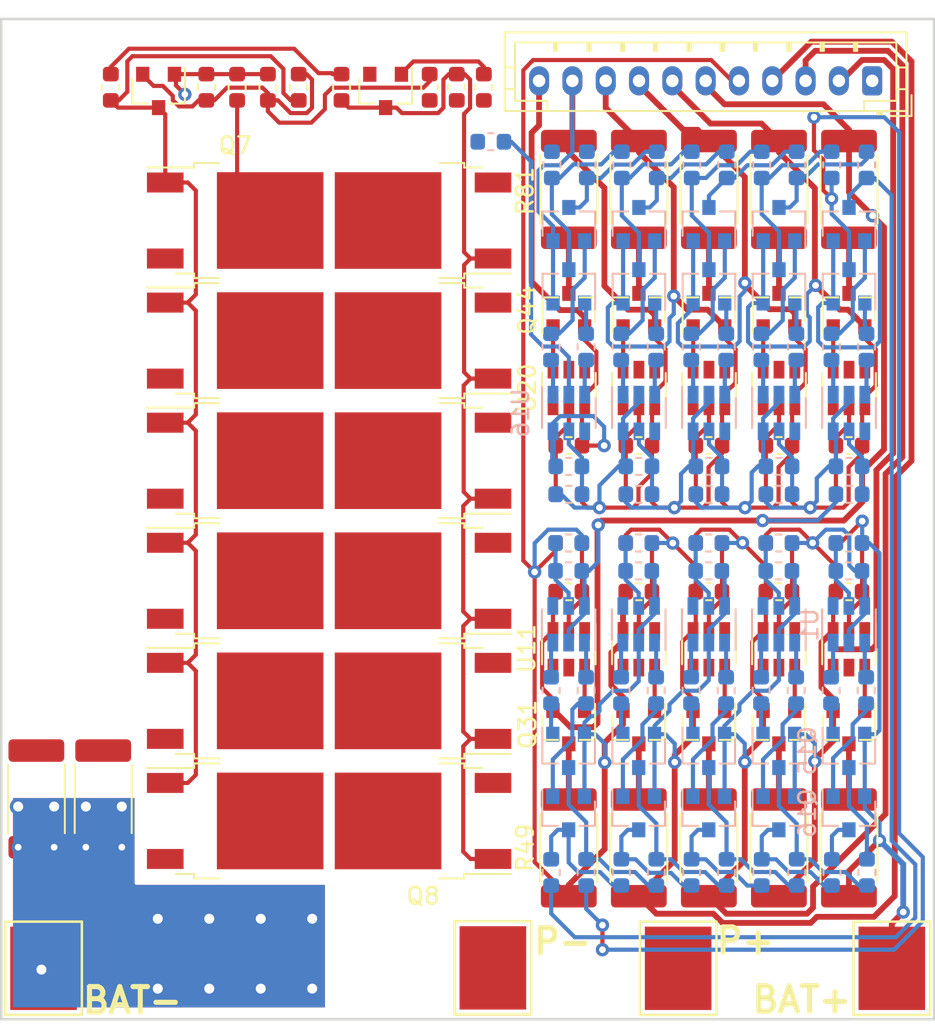
<source format=kicad_pcb>
(kicad_pcb (version 20221018) (generator pcbnew)
  (layers (0 "F.Cu" signal) (31 "B.Cu" signal) (34 "B.Paste" user) (35 "F.Paste" user) (36 "B.SilkS" user "B.Silkscreen") (37 "F.SilkS" user "F.Silkscreen") (38 "B.Mask" user) (39 "F.Mask" user) (44 "Edge.Cuts" user))
  (net 0 "")
  (net 1 "/OD")
  (net 2 "/BO-")
  (net 3 "Net-(C14-Pad1)")
  (net 4 "Net-(C15-Pad1)")
  (net 5 "Net-(C16-Pad1)")
  (net 6 "Net-(C17-Pad1)")
  (net 7 "Net-(C18-Pad1)")
  (net 8 "Net-(C19-Pad1)")
  (net 9 "Net-(C20-Pad1)")
  (net 10 "Net-(C21-Pad1)")
  (net 11 "/BAT8")
  (net 12 "/BAT9")
  (net 13 "/BAT10")
  (net 14 "/BAT-")
  (net 15 "/BAT+")
  (net 16 "/BAT2")
  (net 17 "/BAT3")
  (net 18 "/BAT4")
  (net 19 "/BAT5")
  (net 20 "/BAT6")
  (net 21 "/BAT7")
  (net 22 "/P-")
  (net 23 "Net-(Q10-Pad2)")
  (net 24 "Net-(Q10-Pad1)")
  (net 25 "/OC")
  (net 26 "Net-(Q31-Pad1)")
  (net 27 "Net-(Q32-Pad1)")
  (net 28 "/Balance charge and over current detection/OC1")
  (net 29 "/Balance charge and over current detection/OD1")
  (net 30 "/Balance charge and over current detection/OC2")
  (net 31 "/Balance charge and over current detection/OD2")
  (net 32 "/Balance charge and over current detection/OC3")
  (net 33 "/Balance charge and over current detection/OD3")
  (net 34 "/Balance charge and over current detection/OC4")
  (net 35 "/Balance charge and over current detection/OD4")
  (net 36 "/Balance charge and over current detection/OC5")
  (net 37 "/Balance charge and over current detection/OD5")
  (net 38 "Net-(Q43-Pad1)")
  (net 39 "Net-(Q44-Pad1)")
  (net 40 "/Balance charge and over current detection/OC6")
  (net 41 "/Balance charge and over current detection/OD6")
  (net 42 "/Balance charge and over current detection/OC7")
  (net 43 "/Balance charge and over current detection/OD7")
  (net 44 "/Balance charge and over current detection/OC8")
  (net 45 "/Balance charge and over current detection/OD8")
  (net 46 "/Balance charge and over current detection/OC9")
  (net 47 "/Balance charge and over current detection/OD9")
  (net 48 "Net-(R67-Pad1)")
  (net 49 "Net-(U13-Pad4)")
  (net 50 "Net-(U14-Pad4)")
  (net 51 "Net-(U15-Pad4)")
  (net 52 "Net-(U16-Pad4)")
  (net 53 "Net-(U17-Pad4)")
  (net 54 "Net-(U18-Pad4)")
  (net 55 "Net-(U19-Pad5)")
  (net 56 "Net-(U19-Pad4)")
  (net 57 "Net-(U19-Pad1)")
  (net 58 "Net-(U20-Pad5)")
  (net 59 "Net-(U20-Pad4)")
  (net 60 "Net-(U20-Pad1)")
  (net 61 "Net-(C2-Pad1)")
  (net 62 "Net-(C3-Pad1)")
  (net 63 "Net-(C4-Pad1)")
  (net 64 "Net-(C5-Pad1)")
  (net 65 "Net-(C6-Pad1)")
  (net 66 "Net-(C7-Pad1)")
  (net 67 "Net-(C8-Pad1)")
  (net 68 "Net-(C9-Pad1)")
  (net 69 "Net-(C10-Pad1)")
  (net 70 "Net-(C11-Pad1)")
  (net 71 "Net-(C12-Pad1)")
  (net 72 "Net-(C13-Pad1)")
  (net 73 "Net-(Q1-Pad3)")
  (net 74 "Net-(Q15-Pad1)")
  (net 75 "Net-(Q16-Pad1)")
  (net 76 "Net-(Q27-Pad1)")
  (net 77 "Net-(Q28-Pad1)")
  (net 78 "Net-(Q29-Pad1)")
  (net 79 "Net-(Q30-Pad1)")
  (net 80 "Net-(Q41-Pad1)")
  (net 81 "Net-(Q42-Pad1)")
  (net 82 "Net-(U1-Pad4)")
  (net 83 "Net-(U2-Pad4)")
  (net 84 "Net-(U3-Pad4)")
  (net 85 "Net-(U4-Pad4)")
  (net 86 "Net-(U5-Pad4)")
  (net 87 "Net-(U6-Pad4)")
  (net 88 "Net-(U7-Pad5)")
  (net 89 "Net-(U7-Pad4)")
  (net 90 "Net-(U7-Pad1)")
  (net 91 "Net-(U8-Pad5)")
  (net 92 "Net-(U8-Pad4)")
  (net 93 "Net-(U8-Pad1)")
  (net 94 "Net-(U9-Pad5)")
  (net 95 "Net-(U9-Pad4)")
  (net 96 "Net-(U9-Pad1)")
  (net 97 "Net-(U10-Pad5)")
  (net 98 "Net-(U10-Pad4)")
  (net 99 "Net-(U10-Pad1)")
  (net 100 "Net-(U11-Pad5)")
  (net 101 "Net-(U11-Pad4)")
  (net 102 "Net-(U11-Pad1)")
  (net 103 "Net-(U12-Pad5)")
  (net 104 "Net-(U12-Pad4)")
  (net 105 "Net-(U12-Pad1)")
  (net 106 "Net-(U17-Pad5)")
  (net 107 "Net-(U17-Pad1)")
  (net 108 "Net-(U18-Pad5)")
  (net 109 "Net-(U18-Pad1)")
  (net 110 "Net-(Q15-Pad3)")
  (net 111 "Net-(Q16-Pad3)")
  (net 112 "Net-(Q17-Pad1)")
  (net 113 "Net-(Q18-Pad1)")
  (net 114 "Net-(Q19-Pad1)")
  (net 115 "Net-(Q20-Pad1)")
  (net 116 "Net-(Q21-Pad1)")
  (net 117 "Net-(Q22-Pad1)")
  (net 118 "Net-(Q23-Pad1)")
  (net 119 "Net-(Q24-Pad1)")
  (net 120 "Net-(Q25-Pad1)")
  (net 121 "Net-(Q26-Pad1)")
  (net 122 "Net-(Q33-Pad1)")
  (net 123 "Net-(Q34-Pad1)")
  (net 124 "Net-(Q35-Pad1)")
  (net 125 "Net-(Q36-Pad1)")
  (net 126 "Net-(Q37-Pad1)")
  (net 127 "Net-(Q38-Pad1)")
  (net 128 "Net-(Q39-Pad1)")
  (net 129 "Net-(Q40-Pad1)")
  (net 130 "Net-(Q27-Pad3)")
  (net 131 "Net-(Q28-Pad3)")
  (net 132 "Net-(Q29-Pad3)")
  (net 133 "Net-(Q30-Pad3)")
  (net 134 "Net-(Q31-Pad3)")
  (net 135 "Net-(Q32-Pad3)")
  (net 136 "Net-(Q41-Pad3)")
  (net 137 "Net-(Q42-Pad3)")
  (net 138 "Net-(Q43-Pad3)")
  (net 139 "Net-(Q44-Pad3)")
  (net 140 "Net-(R10-Pad2)")
  (net 141 "Net-(R11-Pad2)")
  (net 142 "Net-(R14-Pad2)")
  (net 143 "Net-(R15-Pad2)")
  (net 144 "Net-(R18-Pad2)")
  (net 145 "Net-(R19-Pad2)")
  (net 146 "Net-(R22-Pad2)")
  (net 147 "Net-(R23-Pad2)")
  (net 148 "Net-(R26-Pad2)")
  (net 149 "Net-(R27-Pad2)")
  (net 150 "Net-(R30-Pad2)")
  (net 151 "Net-(R31-Pad2)")
  (net 152 "Net-(R52-Pad2)")
  (net 153 "Net-(R53-Pad2)")
  (net 154 "Net-(R56-Pad2)")
  (net 155 "Net-(R57-Pad2)")
  (net 156 "Net-(R60-Pad2)")
  (net 157 "Net-(R61-Pad2)")
  (net 158 "Net-(R64-Pad2)")
  (net 159 "Net-(R65-Pad2)")
  (footprint "Capacitor_SMD:C_0603_1608Metric" (layer "F.Cu") (at 75.30564 46.008 90)
    (fp_text reference "C1" hide)
    (fp_text value "0.1u")
  )
  (footprint "Capacitor_SMD:C_0603_1608Metric" (layer "F.Cu") (at 113.8842 76.265 180)
    (fp_text reference "C8" hide)
    (fp_text value "0.1u")
  )
  (footprint "Capacitor_SMD:C_0603_1608Metric" (layer "F.Cu") (at 109.679311 76.265 180)
    (fp_text reference "C9" hide)
    (fp_text value "0.1u")
  )
  (footprint "Capacitor_SMD:C_0603_1608Metric" (layer "F.Cu") (at 105.474422 76.265 180)
    (fp_text reference "C10" hide)
    (fp_text value "0.1u")
  )
  (footprint "Capacitor_SMD:C_0603_1608Metric" (layer "F.Cu") (at 101.269533 76.265 180)
    (fp_text reference "C11" hide)
    (fp_text value "0.1u")
  )
  (footprint "Capacitor_SMD:C_0603_1608Metric" (layer "F.Cu") (at 97.064644 76.265 180)
    (fp_text reference "C12" hide)
    (fp_text value "0.1u")
  )
  (footprint "Capacitor_SMD:C_0603_1608Metric" (layer "F.Cu") (at 113.889845 67.502)
    (fp_text reference "C13" hide)
    (fp_text value "0.1u")
  )
  (footprint "Capacitor_SMD:C_0603_1608Metric" (layer "F.Cu") (at 109.684734 67.502)
    (fp_text reference "C18" hide)
    (fp_text value "0.1u")
  )
  (footprint "Capacitor_SMD:C_0603_1608Metric" (layer "F.Cu") (at 105.479623 67.502)
    (fp_text reference "C19" hide)
    (fp_text value "0.1u")
  )
  (footprint "Capacitor_SMD:C_0603_1608Metric" (layer "F.Cu") (at 101.274512 67.502)
    (fp_text reference "C20" hide)
    (fp_text value "0.1u")
  )
  (footprint "Capacitor_SMD:C_0603_1608Metric" (layer "F.Cu") (at 97.0694 67.502)
    (fp_text reference "C21" hide)
    (fp_text value "0.1u")
  )
  (footprint "Connector_JST:JST_PH_B11B-PH-K_1x11_P2.00mm_Vertical" (layer "F.Cu") (at 115.2812 45.6214 180)
    (fp_text reference "J1" hide)
    (fp_text value "Balance connector")
  )
  (footprint "common:1PAD_4x5mm" (layer "F.Cu") (at 116.459 98.8568)
    (fp_text reference "P1" hide)
    (fp_text value "BAT+")
  )
  (footprint "common:1PAD_4x5mm" (layer "F.Cu") (at 92.5068 98.8314)
    (fp_text reference "P3" hide)
    (fp_text value "P-")
  )
  (footprint "common:1PAD_4x5mm" (layer "F.Cu") (at 65.532 98.8568)
    (fp_text reference "P4" hide)
    (fp_text value "BAT-")
  )
  (footprint "Package_TO_SOT_SMD:SOT-23" (layer "F.Cu") (at 72.43812 46.228 -90)
    (fp_text reference "Q1" hide)
    (fp_text value "MMBT3904")
  )
  (footprint "Package_TO_SOT_SMD:TO-252-2" (layer "F.Cu") (at 88.3158 82.81416 180)
    (fp_text reference "Q9" hide)
    (fp_text value "SE4060GB")
  )
  (footprint "Package_TO_SOT_SMD:TO-252-2" (layer "F.Cu") (at 88.3158 75.61072 180)
    (fp_text reference "Q10" hide)
    (fp_text value "SE4060GB")
  )
  (footprint "Package_TO_SOT_SMD:TO-252-2" (layer "F.Cu") (at 88.3158 68.40728 180)
    (fp_text reference "Q11" hide)
    (fp_text value "SE4060GB")
  )
  (footprint "Package_TO_SOT_SMD:TO-252-2" (layer "F.Cu") (at 88.3158 61.20384 180)
    (fp_text reference "Q12" hide)
    (fp_text value "SE4060GB")
  )
  (footprint "Package_TO_SOT_SMD:TO-252-2" (layer "F.Cu") (at 88.3158 54.0004 180)
    (fp_text reference "Q13" hide)
    (fp_text value "SE4060GB")
  )
  (footprint "Package_TO_SOT_SMD:SOT-23" (layer "F.Cu") (at 86.0672 46.228 -90)
    (fp_text reference "Q14" hide)
    (fp_text value "MMBT3904")
  )
  (footprint "Package_TO_SOT_SMD:SOT-23" (layer "F.Cu") (at 109.679311 84.393 -90)
    (fp_text reference "Q28" hide)
    (fp_text value "A2SHB")
  )
  (footprint "Package_TO_SOT_SMD:SOT-23" (layer "F.Cu") (at 105.474422 84.393 -90)
    (fp_text reference "Q29" hide)
    (fp_text value "A2SHB")
  )
  (footprint "Package_TO_SOT_SMD:SOT-23" (layer "F.Cu") (at 101.269533 84.393 -90)
    (fp_text reference "Q30" hide)
    (fp_text value "A2SHB")
  )
  (footprint "Package_TO_SOT_SMD:SOT-23" (layer "F.Cu") (at 97.064644 84.393 -90)
    (fp_text reference "Q31")
    (fp_text value "A2SHB")
  )
  (footprint "Package_TO_SOT_SMD:SOT-23" (layer "F.Cu") (at 113.889845 59.374 90)
    (fp_text reference "Q32" hide)
    (fp_text value "A2SHB")
  )
  (footprint "Package_TO_SOT_SMD:SOT-23" (layer "F.Cu") (at 109.684734 59.374 90)
    (fp_text reference "Q41" hide)
    (fp_text value "A2SHB")
  )
  (footprint "Package_TO_SOT_SMD:SOT-23" (layer "F.Cu") (at 105.479623 59.374 90)
    (fp_text reference "Q42" hide)
    (fp_text value "A2SHB")
  )
  (footprint "Package_TO_SOT_SMD:SOT-23" (layer "F.Cu") (at 101.274512 59.374 90)
    (fp_text reference "Q43" hide)
    (fp_text value "A2SHB")
  )
  (footprint "Resistor_SMD:R_0603_1608Metric" (layer "F.Cu") (at 80.8482 46.008 -90)
    (fp_text reference "R1" hide)
    (fp_text value "10M")
  )
  (footprint "Resistor_SMD:R_0603_1608Metric" (layer "F.Cu") (at 79.00068 46.008 -90)
    (fp_text reference "R2" hide)
    (fp_text value "1M")
  )
  (footprint "Resistor_SMD:R_0603_1608Metric" (layer "F.Cu") (at 77.15316 46.008 90)
    (fp_text reference "R3" hide)
    (fp_text value "1M")
  )
  (footprint "Resistor_SMD:R_0603_1608Metric" (layer "F.Cu") (at 69.5706 46.008 90)
    (fp_text reference "R4" hide)
    (fp_text value "1M")
  )
  (footprint "Resistor_SMD:R_0603_1608Metric" (layer "F.Cu") (at 83.4216 46.008 90)
    (fp_text reference "R5" hide)
    (fp_text value "1M")
  )
  (footprint "Resistor_SMD:R_0603_1608Metric" (layer "F.Cu") (at 88.7128 46.008 -90)
    (fp_text reference "R6" hide)
    (fp_text value "510k")
  )
  (footprint "Resistor_SMD:R_0603_1608Metric" (layer "F.Cu") (at 90.3384 46.008 90)
    (fp_text reference "R7" hide)
    (fp_text value "10M")
  )
  (footprint "Resistor_SMD:R_0603_1608Metric" (layer "F.Cu") (at 91.964 46.008 -90)
    (fp_text reference "R8" hide)
    (fp_text value "1M")
  )
  (footprint "Resistor_SMD:R_0603_1608Metric" (layer "F.Cu") (at 113.8842 73.344)
    (fp_text reference "R39" hide)
    (fp_text value "100")
  )
  (footprint "Resistor_SMD:R_0603_1608Metric" (layer "F.Cu") (at 109.679311 73.344)
    (fp_text reference "R40" hide)
    (fp_text value "100")
  )
  (footprint "Resistor_SMD:R_0603_1608Metric" (layer "F.Cu") (at 105.474422 73.344)
    (fp_text reference "R41" hide)
    (fp_text value "100")
  )
  (footprint "Resistor_SMD:R_0603_1608Metric" (layer "F.Cu") (at 101.269533 73.344)
    (fp_text reference "R42" hide)
    (fp_text value "100")
  )
  (footprint "Resistor_SMD:R_0603_1608Metric" (layer "F.Cu") (at 97.064644 73.344)
    (fp_text reference "R43" hide)
    (fp_text value "100")
  )
  (footprint "Resistor_SMD:R_0603_1608Metric" (layer "F.Cu") (at 113.889845 70.423 180)
    (fp_text reference "R44" hide)
    (fp_text value "100")
  )
  (footprint "Resistor_SMD:R_2512_6332Metric" (layer "F.Cu") (at 109.679311 91.632 90)
    (fp_text reference "R46" hide)
    (fp_text value "68")
  )
  (footprint "Resistor_SMD:R_2512_6332Metric" (layer "F.Cu") (at 105.474422 91.632 90)
    (fp_text reference "R47" hide)
    (fp_text value "68")
  )
  (footprint "Resistor_SMD:R_2512_6332Metric" (layer "F.Cu") (at 101.269533 91.632 90)
    (fp_text reference "R48" hide)
    (fp_text value "68")
  )
  (footprint "Resistor_SMD:R_2512_6332Metric" (layer "F.Cu") (at 97.064644 91.632 90)
    (fp_text reference "R49")
    (fp_text value "68")
  )
  (footprint "Resistor_SMD:R_2512_6332Metric" (layer "F.Cu") (at 113.889845 52.135 -90)
    (fp_text reference "R50" hide)
    (fp_text value "68")
  )
  (footprint "Resistor_SMD:R_2512_6332Metric" (layer "F.Cu") (at 69.1134 88.6968 90)
    (fp_text reference "R68" hide)
    (fp_text value "R004")
  )
  (footprint "Resistor_SMD:R_2512_6332Metric" (layer "F.Cu") (at 65.1002 88.6968 90)
    (fp_text reference "R73" hide)
    (fp_text value "R004")
  )
  (footprint "Resistor_SMD:R_0603_1608Metric" (layer "F.Cu") (at 109.684734 70.423 180)
    (fp_text reference "R74" hide)
    (fp_text value "100")
  )
  (footprint "Resistor_SMD:R_0603_1608Metric" (layer "F.Cu") (at 105.479623 70.423 180)
    (fp_text reference "R75" hide)
    (fp_text value "100")
  )
  (footprint "Resistor_SMD:R_0603_1608Metric" (layer "F.Cu") (at 101.274512 70.423 180)
    (fp_text reference "R76" hide)
    (fp_text value "100")
  )
  (footprint "Resistor_SMD:R_0603_1608Metric" (layer "F.Cu") (at 97.0694 70.423 180)
    (fp_text reference "R77" hide)
    (fp_text value "100")
  )
  (footprint "Resistor_SMD:R_2512_6332Metric" (layer "F.Cu") (at 109.684734 52.135 -90)
    (fp_text reference "R78" hide)
    (fp_text value "68")
  )
  (footprint "Resistor_SMD:R_2512_6332Metric" (layer "F.Cu") (at 105.479623 52.135 -90)
    (fp_text reference "R79" hide)
    (fp_text value "68")
  )
  (footprint "Resistor_SMD:R_2512_6332Metric" (layer "F.Cu") (at 101.274512 52.135 -90)
    (fp_text reference "R80" hide)
    (fp_text value "68")
  )
  (footprint "Package_TO_SOT_SMD:SOT-23-6" (layer "F.Cu") (at 109.679311 79.7194 -90)
    (fp_text reference "U8" hide)
    (fp_text value "HY2213-xxxA")
  )
  (footprint "Package_TO_SOT_SMD:SOT-23-6" (layer "F.Cu") (at 105.474422 79.7194 -90)
    (fp_text reference "U9" hide)
    (fp_text value "HY2213-xxxA")
  )
  (footprint "Package_TO_SOT_SMD:SOT-23-6" (layer "F.Cu") (at 101.269533 79.7194 -90)
    (fp_text reference "U10" hide)
    (fp_text value "HY2213-xxxA")
  )
  (footprint "Package_TO_SOT_SMD:SOT-23-6" (layer "F.Cu") (at 97.064644 79.7194 -90)
    (fp_text reference "U11")
    (fp_text value "HY2213-xxxA")
  )
  (footprint "Package_TO_SOT_SMD:SOT-23-6" (layer "F.Cu") (at 113.889845 64.0476 90)
    (fp_text reference "U12" hide)
    (fp_text value "HY2213-xxxA")
  )
  (footprint "Package_TO_SOT_SMD:SOT-23-6" (layer "F.Cu") (at 109.684734 64.0476 90)
    (fp_text reference "U17" hide)
    (fp_text value "HY2213-xxxA")
  )
  (footprint "Package_TO_SOT_SMD:SOT-23-6" (layer "F.Cu") (at 105.479623 64.0476 90)
    (fp_text reference "U18" hide)
    (fp_text value "HY2213-xxxA")
  )
  (footprint "Package_TO_SOT_SMD:SOT-23-6" (layer "F.Cu") (at 101.274512 64.0476 90)
    (fp_text reference "U19" hide)
    (fp_text value "HY2213-xxxA")
  )
  (footprint "Package_TO_SOT_SMD:TO-252-2" (layer "F.Cu") (at 88.3158 90.0176 180)
    (fp_text reference "Q8")
    (fp_text value "SE4060GB")
  )
  (footprint "Package_TO_SOT_SMD:TO-252-2" (layer "F.Cu") (at 77.0382 90.0176)
    (fp_text reference "Q2" hide)
    (fp_text value "SE4060GB")
  )
  (footprint "Package_TO_SOT_SMD:TO-252-2" (layer "F.Cu") (at 77.0382 82.81416)
    (fp_text reference "Q3" hide)
    (fp_text value "SE4060GB")
  )
  (footprint "Package_TO_SOT_SMD:TO-252-2" (layer "F.Cu") (at 77.0382 54.0004)
    (fp_text reference "Q7")
    (fp_text value "SE4060GB")
  )
  (footprint "Package_TO_SOT_SMD:TO-252-2" (layer "F.Cu") (at 77.0382 61.20384)
    (fp_text reference "Q6" hide)
    (fp_text value "SE4060GB")
  )
  (footprint "Package_TO_SOT_SMD:TO-252-2" (layer "F.Cu") (at 77.0382 68.40728)
    (fp_text reference "Q5" hide)
    (fp_text value "SE4060GB")
  )
  (footprint "Package_TO_SOT_SMD:TO-252-2" (layer "F.Cu") (at 77.0382 75.61072)
    (fp_text reference "Q4" hide)
    (fp_text value "SE4060GB")
  )
  (footprint "Resistor_SMD:R_2512_6332Metric" (layer "F.Cu") (at 113.8842 91.632 90)
    (fp_text reference "R45" hide)
    (fp_text value "68")
  )
  (footprint "Resistor_SMD:R_2512_6332Metric" (layer "F.Cu") (at 97.0694 52.135 -90)
    (fp_text reference "R81")
    (fp_text value "68")
  )
  (footprint "Package_TO_SOT_SMD:SOT-23" (layer "F.Cu") (at 113.8842 84.393 -90)
    (fp_text reference "Q27" hide)
    (fp_text value "A2SHB")
  )
  (footprint "Package_TO_SOT_SMD:SOT-23" (layer "F.Cu") (at 97.0694 59.374 90)
    (fp_text reference "Q44")
    (fp_text value "A2SHB")
  )
  (footprint "Package_TO_SOT_SMD:SOT-23-6" (layer "F.Cu") (at 97.0694 64.0476 90)
    (fp_text reference "U20")
    (fp_text value "HY2213-xxxA")
  )
  (footprint "Package_TO_SOT_SMD:SOT-23-6" (layer "F.Cu") (at 113.8842 79.7194 -90)
    (fp_text reference "U7" hide)
    (fp_text value "HY2213-xxxA")
  )
  (footprint "common:1PAD_4x5mm" (layer "F.Cu") (at 103.632 98.8568)
    (fp_text reference "P2" hide)
    (fp_text value "P+")
  )
  (footprint "Capacitor_SMD:C_0603_1608Metric" (layer "B.Cu") (at 113.883 75.0204)
    (fp_text reference "C2" hide)
    (fp_text value "0.1u")
  )
  (footprint "Capacitor_SMD:C_0603_1608Metric" (layer "B.Cu") (at 109.676111 75.0204)
    (fp_text reference "C3" hide)
    (fp_text value "0.1u")
  )
  (footprint "Capacitor_SMD:C_0603_1608Metric" (layer "B.Cu") (at 105.469222 75.0204)
    (fp_text reference "C4" hide)
    (fp_text value "0.1u")
  )
  (footprint "Capacitor_SMD:C_0603_1608Metric" (layer "B.Cu") (at 101.262333 75.0204)
    (fp_text reference "C5" hide)
    (fp_text value "0.1u")
  )
  (footprint "Capacitor_SMD:C_0603_1608Metric" (layer "B.Cu") (at 97.055444 75.0204)
    (fp_text reference "C6" hide)
    (fp_text value "0.1u")
  )
  (footprint "Capacitor_SMD:C_0603_1608Metric" (layer "B.Cu") (at 113.889845 68.7466 180)
    (fp_text reference "C7" hide)
    (fp_text value "0.1u")
  )
  (footprint "Capacitor_SMD:C_0603_1608Metric" (layer "B.Cu") (at 109.684734 68.7466 180)
    (fp_text reference "C14" hide)
    (fp_text value "0.1u")
  )
  (footprint "Capacitor_SMD:C_0603_1608Metric" (layer "B.Cu") (at 105.479623 68.7466 180)
    (fp_text reference "C15" hide)
    (fp_text value "0.1u")
  )
  (footprint "Capacitor_SMD:C_0603_1608Metric" (layer "B.Cu") (at 101.274512 68.7466 180)
    (fp_text reference "C16" hide)
    (fp_text value "0.1u")
  )
  (footprint "Capacitor_SMD:C_0603_1608Metric" (layer "B.Cu") (at 97.0694 68.7466 180)
    (fp_text reference "C17" hide)
    (fp_text value "0.1u")
  )
  (footprint "Package_TO_SOT_SMD:SOT-23" (layer "B.Cu") (at 113.883 85.8152 -90)
    (fp_text reference "Q15")
    (fp_text value "MMBT3906")
  )
  (footprint "Package_TO_SOT_SMD:SOT-23" (layer "B.Cu") (at 113.883 89.5494 -90)
    (fp_text reference "Q16")
    (fp_text value "MMBT3906")
  )
  (footprint "Package_TO_SOT_SMD:SOT-23" (layer "B.Cu") (at 109.676111 85.8154 -90)
    (fp_text reference "Q17" hide)
    (fp_text value "MMBT3906")
  )
  (footprint "Package_TO_SOT_SMD:SOT-23" (layer "B.Cu") (at 109.676111 89.5492 -90)
    (fp_text reference "Q18" hide)
    (fp_text value "MMBT3906")
  )
  (footprint "Package_TO_SOT_SMD:SOT-23" (layer "B.Cu") (at 105.469222 85.8154 -90)
    (fp_text reference "Q19" hide)
    (fp_text value "MMBT3906")
  )
  (footprint "Package_TO_SOT_SMD:SOT-23" (layer "B.Cu") (at 105.469222 89.5492 -90)
    (fp_text reference "Q20" hide)
    (fp_text value "MMBT3906")
  )
  (footprint "Package_TO_SOT_SMD:SOT-23" (layer "B.Cu") (at 101.262333 85.8154 -90)
    (fp_text reference "Q21" hide)
    (fp_text value "MMBT3906")
  )
  (footprint "Package_TO_SOT_SMD:SOT-23" (layer "B.Cu") (at 101.262333 89.5492 -90)
    (fp_text reference "Q22" hide)
    (fp_text value "MMBT3906")
  )
  (footprint "Package_TO_SOT_SMD:SOT-23" (layer "B.Cu") (at 97.055444 85.8154 -90)
    (fp_text reference "Q23" hide)
    (fp_text value "MMBT3906")
  )
  (footprint "Package_TO_SOT_SMD:SOT-23" (layer "B.Cu") (at 97.055444 89.5492 -90)
    (fp_text reference "Q24" hide)
    (fp_text value "MMBT3906")
  )
  (footprint "Package_TO_SOT_SMD:SOT-23" (layer "B.Cu") (at 113.889845 57.9516 90)
    (fp_text reference "Q25" hide)
    (fp_text value "MMBT3906")
  )
  (footprint "Package_TO_SOT_SMD:SOT-23" (layer "B.Cu") (at 113.889845 54.2178 90)
    (fp_text reference "Q26" hide)
    (fp_text value "MMBT3906")
  )
  (footprint "Package_TO_SOT_SMD:SOT-23" (layer "B.Cu") (at 109.684734 57.9516 90)
    (fp_text reference "Q33" hide)
    (fp_text value "MMBT3906")
  )
  (footprint "Package_TO_SOT_SMD:SOT-23" (layer "B.Cu") (at 109.684734 54.2178 90)
    (fp_text reference "Q34" hide)
    (fp_text value "MMBT3906")
  )
  (footprint "Package_TO_SOT_SMD:SOT-23" (layer "B.Cu") (at 105.479623 57.9516 90)
    (fp_text reference "Q35" hide)
    (fp_text value "MMBT3906")
  )
  (footprint "Package_TO_SOT_SMD:SOT-23" (layer "B.Cu") (at 105.479623 54.2178 90)
    (fp_text reference "Q36" hide)
    (fp_text value "MMBT3906")
  )
  (footprint "Package_TO_SOT_SMD:SOT-23" (layer "B.Cu") (at 101.274512 57.9516 90)
    (fp_text reference "Q37" hide)
    (fp_text value "MMBT3906")
  )
  (footprint "Package_TO_SOT_SMD:SOT-23" (layer "B.Cu") (at 101.274512 54.2178 90)
    (fp_text reference "Q38" hide)
    (fp_text value "MMBT3906")
  )
  (footprint "Package_TO_SOT_SMD:SOT-23" (layer "B.Cu") (at 97.0694 57.9516 90)
    (fp_text reference "Q39" hide)
    (fp_text value "MMBT3906")
  )
  (footprint "Package_TO_SOT_SMD:SOT-23" (layer "B.Cu") (at 97.0694 54.2178 90)
    (fp_text reference "Q40" hide)
    (fp_text value "MMBT3906")
  )
  (footprint "Resistor_SMD:R_0603_1608Metric" (layer "B.Cu") (at 112.812526 82.1832 90)
    (fp_text reference "R10" hide)
    (fp_text value "510k")
  )
  (footprint "Resistor_SMD:R_0603_1608Metric" (layer "B.Cu") (at 114.918 82.1832 90)
    (fp_text reference "R11" hide)
    (fp_text value "510k")
  )
  (footprint "Resistor_SMD:R_0603_1608Metric" (layer "B.Cu") (at 112.863 93.1052 90)
    (fp_text reference "R12" hide)
    (fp_text value "1M")
  )
  (footprint "Resistor_SMD:R_0603_1608Metric" (layer "B.Cu") (at 110.748789 93.1052 90)
    (fp_text reference "R13" hide)
    (fp_text value "1M")
  )
  (footprint "Resistor_SMD:R_0603_1608Metric" (layer "B.Cu") (at 108.610052 82.1832 90)
    (fp_text reference "R14" hide)
    (fp_text value "510k")
  )
  (footprint "Resistor_SMD:R_0603_1608Metric" (layer "B.Cu") (at 110.714578 82.1832 90)
    (fp_text reference "R15" hide)
    (fp_text value "510k")
  )
  (footprint "Resistor_SMD:R_0603_1608Metric" (layer "B.Cu") (at 108.649526 93.1052 90)
    (fp_text reference "R16" hide)
    (fp_text value "1M")
  )
  (footprint "Resistor_SMD:R_0603_1608Metric" (layer "B.Cu") (at 106.535315 93.1052 90)
    (fp_text reference "R17" hide)
    (fp_text value "1M")
  )
  (footprint "Resistor_SMD:R_0603_1608Metric" (layer "B.Cu") (at 104.407104 82.1832 90)
    (fp_text reference "R18" hide)
    (fp_text value "510k")
  )
  (footprint "Resistor_SMD:R_0603_1608Metric" (layer "B.Cu") (at 106.51163 82.1832 90)
    (fp_text reference "R19" hide)
    (fp_text value "510k")
  )
  (footprint "Resistor_SMD:R_0603_1608Metric" (layer "B.Cu") (at 104.436052 93.1052 90)
    (fp_text reference "R20" hide)
    (fp_text value "1M")
  )
  (footprint "Resistor_SMD:R_0603_1608Metric" (layer "B.Cu") (at 102.321841 93.1052 90)
    (fp_text reference "R21" hide)
    (fp_text value "1M")
  )
  (footprint "Resistor_SMD:R_0603_1608Metric" (layer "B.Cu") (at 100.204156 82.1832 90)
    (fp_text reference "R22" hide)
    (fp_text value "510k")
  )
  (footprint "Resistor_SMD:R_0603_1608Metric" (layer "B.Cu") (at 102.308682 82.1832 90)
    (fp_text reference "R23" hide)
    (fp_text value "510k")
  )
  (footprint "Resistor_SMD:R_0603_1608Metric" (layer "B.Cu") (at 100.222578 93.1052 90)
    (fp_text reference "R24" hide)
    (fp_text value "1M")
  )
  (footprint "Resistor_SMD:R_0603_1608Metric" (layer "B.Cu") (at 98.108367 93.1052 90)
    (fp_text reference "R25" hide)
    (fp_text value "1M")
  )
  (footprint "Resistor_SMD:R_0603_1608Metric" (layer "B.Cu") (at 96.001208 82.1832 90)
    (fp_text reference "R26" hide)
    (fp_text value "510k")
  )
  (footprint "Resistor_SMD:R_0603_1608Metric" (layer "B.Cu") (at 98.105734 82.1832 90)
    (fp_text reference "R27" hide)
    (fp_text value "510k")
  )
  (footprint "Resistor_SMD:R_0603_1608Metric" (layer "B.Cu") (at 96.009104 93.1052 90)
    (fp_text reference "R28" hide)
    (fp_text value "1M")
  )
  (footprint "Resistor_SMD:R_0603_1608Metric" (layer "B.Cu") (at 112.843507 50.6618 -90)
    (fp_text reference "R29" hide)
    (fp_text value "1M")
  )
  (footprint "Resistor_SMD:R_0603_1608Metric" (layer "B.Cu") (at 114.94014 61.5838 -90)
    (fp_text reference "R30" hide)
    (fp_text value "510k")
  )
  (footprint "Resistor_SMD:R_0603_1608Metric" (layer "B.Cu") (at 112.835614 61.5838 -90)
    (fp_text reference "R31" hide)
    (fp_text value "510k")
  )
  (footprint "Resistor_SMD:R_0603_1608Metric" (layer "B.Cu") (at 114.94277 50.6618 -90)
    (fp_text reference "R32" hide)
    (fp_text value "1M")
  )
  (footprint "Resistor_SMD:R_0603_1608Metric" (layer "B.Cu") (at 113.883 73.344 180)
    (fp_text reference "R33" hide)
    (fp_text value "100" hide)
  )
  (footprint "Resistor_SMD:R_0603_1608Metric" (layer "B.Cu") (at 105.469222 73.344 180)
    (fp_text reference "R35" hide)
    (fp_text value "100")
  )
  (footprint "Resistor_SMD:R_0603_1608Metric" (layer "B.Cu") (at 101.262333 73.344 180)
    (fp_text reference "R36" hide)
    (fp_text value "100")
  )
  (footprint "Resistor_SMD:R_0603_1608Metric" (layer "B.Cu") (at 97.055444 73.344 180)
    (fp_text reference "R37" hide)
    (fp_text value "100")
  )
  (footprint "Resistor_SMD:R_0603_1608Metric" (layer "B.Cu") (at 113.889845 70.423)
    (fp_text reference "R38" hide)
    (fp_text value "100")
  )
  (footprint "Resistor_SMD:R_0603_1608Metric" (layer "B.Cu") (at 108.644981 50.6618 -90)
    (fp_text reference "R51" hide)
    (fp_text value "1M")
  )
  (footprint "Resistor_SMD:R_0603_1608Metric" (layer "B.Cu") (at 110.731088 61.5838 -90)
    (fp_text reference "R52" hide)
    (fp_text value "510k")
  )
  (footprint "Resistor_SMD:R_0603_1608Metric" (layer "B.Cu") (at 108.626562 61.5838 -90)
    (fp_text reference "R53" hide)
    (fp_text value "510k")
  )
  (footprint "Resistor_SMD:R_0603_1608Metric" (layer "B.Cu") (at 110.744244 50.6618 -90)
    (fp_text reference "R54" hide)
    (fp_text value "1M")
  )
  (footprint "Resistor_SMD:R_0603_1608Metric" (layer "B.Cu") (at 104.446455 50.6618 -90)
    (fp_text reference "R55" hide)
    (fp_text value "1M")
  )
  (footprint "Resistor_SMD:R_0603_1608Metric" (layer "B.Cu") (at 106.522036 61.5838 -90)
    (fp_text reference "R56" hide)
    (fp_text value "510k")
  )
  (footprint "Resistor_SMD:R_0603_1608Metric" (layer "B.Cu") (at 104.41751 61.5838 -90)
    (fp_text reference "R57" hide)
    (fp_text value "510k")
  )
  (footprint "Resistor_SMD:R_0603_1608Metric" (layer "B.Cu") (at 106.545718 50.6618 -90)
    (fp_text reference "R58" hide)
    (fp_text value "1M")
  )
  (footprint "Resistor_SMD:R_0603_1608Metric" (layer "B.Cu") (at 100.247929 50.6618 -90)
    (fp_text reference "R59" hide)
    (fp_text value "1M")
  )
  (footprint "Resistor_SMD:R_0603_1608Metric" (layer "B.Cu") (at 102.312984 61.5838 -90)
    (fp_text reference "R60" hide)
    (fp_text value "510k")
  )
  (footprint "Resistor_SMD:R_0603_1608Metric" (layer "B.Cu") (at 100.208458 61.5838 -90)
    (fp_text reference "R61" hide)
    (fp_text value "510k")
  )
  (footprint "Resistor_SMD:R_0603_1608Metric" (layer "B.Cu") (at 102.347192 50.6618 -90)
    (fp_text reference "R62" hide)
    (fp_text value "1M")
  )
  (footprint "Resistor_SMD:R_0603_1608Metric" (layer "B.Cu") (at 96.0494 50.6618 -90)
    (fp_text reference "R63" hide)
    (fp_text value "1M")
  )
  (footprint "Resistor_SMD:R_0603_1608Metric" (layer "B.Cu") (at 98.103932 61.5838 -90)
    (fp_text reference "R64" hide)
    (fp_text value "510k")
  )
  (footprint "Resistor_SMD:R_0603_1608Metric" (layer "B.Cu") (at 95.9994 61.5838 -90)
    (fp_text reference "R65" hide)
    (fp_text value "510k")
  )
  (footprint "Resistor_SMD:R_0603_1608Metric" (layer "B.Cu") (at 98.148666 50.6618 -90)
    (fp_text reference "R66" hide)
    (fp_text value "1M")
  )
  (footprint "Resistor_SMD:R_0603_1608Metric" (layer "B.Cu") (at 92.3858 49.276 180)
    (fp_text reference "R67" hide)
    (fp_text value "1k")
  )
  (footprint "Resistor_SMD:R_0603_1608Metric" (layer "B.Cu") (at 109.684734 70.423)
    (fp_text reference "R69" hide)
    (fp_text value "100")
  )
  (footprint "Resistor_SMD:R_0603_1608Metric" (layer "B.Cu") (at 105.479623 70.423)
    (fp_text reference "R70" hide)
    (fp_text value "100")
  )
  (footprint "Resistor_SMD:R_0603_1608Metric" (layer "B.Cu") (at 101.274512 70.423)
    (fp_text reference "R71" hide)
    (fp_text value "100")
  )
  (footprint "Resistor_SMD:R_0603_1608Metric" (layer "B.Cu") (at 97.0694 70.423)
    (fp_text reference "R72" hide)
    (fp_text value "100")
  )
  (footprint "Package_TO_SOT_SMD:SOT-23-6" (layer "B.Cu") (at 113.883 78.2208 90)
    (fp_text reference "U1")
    (fp_text value "DW01A")
  )
  (footprint "Package_TO_SOT_SMD:SOT-23-6" (layer "B.Cu") (at 109.676111 78.2208 90)
    (fp_text reference "U2" hide)
    (fp_text value "DW01A")
  )
  (footprint "Package_TO_SOT_SMD:SOT-23-6" (layer "B.Cu") (at 105.469222 78.2208 90)
    (fp_text reference "U3" hide)
    (fp_text value "DW01A")
  )
  (footprint "Package_TO_SOT_SMD:SOT-23-6" (layer "B.Cu") (at 101.262333 78.2208 90)
    (fp_text reference "U4" hide)
    (fp_text value "DW01A")
  )
  (footprint "Package_TO_SOT_SMD:SOT-23-6" (layer "B.Cu") (at 97.055444 78.2208 90)
    (fp_text reference "U5" hide)
    (fp_text value "DW01A")
  )
  (footprint "Package_TO_SOT_SMD:SOT-23-6" (layer "B.Cu") (at 113.889845 65.5462 -90)
    (fp_text reference "U6" hide)
    (fp_text value "DW01A")
  )
  (footprint "Package_TO_SOT_SMD:SOT-23-6" (layer "B.Cu") (at 109.684734 65.5462 -90)
    (fp_text reference "U13" hide)
    (fp_text value "DW01A")
  )
  (footprint "Package_TO_SOT_SMD:SOT-23-6" (layer "B.Cu") (at 105.479623 65.5462 -90)
    (fp_text reference "U14" hide)
    (fp_text value "DW01A")
  )
  (footprint "Package_TO_SOT_SMD:SOT-23-6" (layer "B.Cu") (at 101.274512 65.5462 -90)
    (fp_text reference "U15" hide)
    (fp_text value "DW01A")
  )
  (footprint "Package_TO_SOT_SMD:SOT-23-6" (layer "B.Cu") (at 97.0694 65.5462 -90)
    (fp_text reference "U16")
    (fp_text value "DW01A")
  )
  (footprint "Resistor_SMD:R_0603_1608Metric" (layer "B.Cu") (at 109.676111 73.344 180)
    (fp_text reference "R34" hide)
    (fp_text value "100")
  )
  (footprint "Resistor_SMD:R_0603_1608Metric" (layer "B.Cu") (at 114.962263 93.1052 90)
    (fp_text reference "R9" hide)
    (fp_text value "1M")
  )
  (gr_line (start 62.992 41.91) (end 118.992 41.91) (stroke (width 0.15)) (layer "Edge.Cuts"))
  (gr_line (start 62.992 101.91) (end 118.992 101.91) (stroke (width 0.15)) (layer "Edge.Cuts"))
  (gr_line (start 118.992 41.91) (end 118.992 101.91) (stroke (width 0.15)) (layer "Edge.Cuts"))
  (gr_line (start 62.992 41.91) (end 62.992 101.91) (stroke (width 0.15)) (layer "Edge.Cuts"))
  (segment (start 73.39562 45.2205) (end 73.38812 45.228) (width 0.25) (layer "F.Cu") (net 1))
  (segment (start 79.00068 45.2205) (end 77.15316 45.2205) (width 0.25) (layer "F.Cu") (net 1))
  (segment (start 75.30564 45.2205) (end 73.39562 45.2205) (width 0.25) (layer "F.Cu") (net 1))
  (segment (start 74.0156 46.4312) (end 73.4822 45.8978) (width 0.25) (layer "F.Cu") (net 1))
  (segment (start 73.4822 45.32208) (end 73.38812 45.228) (width 0.25) (layer "F.Cu") (net 1))
  (segment (start 73.4822 45.8978) (end 73.4822 45.32208) (width 0.25) (layer "F.Cu") (net 1))
  (segment (start 77.15316 45.2205) (end 75.30564 45.2205) (width 0.25) (layer "F.Cu") (net 1))
  (via (at 74.0156 46.4312) (size 0.8) (drill 0.4) (layers "F.Cu" "B.Cu") (net 1))
  (segment (start 80.366716 47.55801) (end 81.329684 47.55801) (width 0.25) (layer "F.Cu") (net 2))
  (segment (start 72.693319 45.928) (end 73.290599 46.52528) (width 0.25) (layer "F.Cu") (net 2))
  (segment (start 75.78064 46.7955) (end 76.54315 46.03299) (width 0.25) (layer "F.Cu") (net 2))
  (segment (start 81.64821 45.54551) (end 81.3232 45.2205) (width 0.25) (layer "F.Cu") (net 2))
  (segment (start 82.854704 46.03299) (end 82.423 46.464694) (width 0.25) (layer "F.Cu") (net 2))
  (segment (start 79.604206 46.7955) (end 80.366716 47.55801) (width 0.25) (layer "F.Cu") (net 2))
  (segment (start 79.00068 46.358) (end 79.00068 46.7955) (width 0.25) (layer "F.Cu") (net 2))
  (segment (start 81.329684 47.55801) (end 81.64821 47.239484) (width 0.25) (layer "F.Cu") (net 2))
  (segment (start 82.423 47.3202) (end 81.6102 48.133) (width 0.25) (layer "F.Cu") (net 2))
  (segment (start 75.30564 46.7955) (end 75.78064 46.7955) (width 0.25) (layer "F.Cu") (net 2))
  (segment (start 73.290599 46.779201) (end 73.667599 47.156201) (width 0.25) (layer "F.Cu") (net 2))
  (segment (start 78.67567 46.03299) (end 79.00068 46.358) (width 0.25) (layer "F.Cu") (net 2))
  (segment (start 88.7128 45.658) (end 88.33781 46.03299) (width 0.25) (layer "F.Cu") (net 2))
  (segment (start 73.290599 46.52528) (end 73.290599 46.779201) (width 0.25) (layer "F.Cu") (net 2))
  (segment (start 73.667599 47.156201) (end 74.469939 47.156201) (width 0.25) (layer "F.Cu") (net 2))
  (segment (start 71.48812 45.278) (end 71.48812 45.228) (width 0.25) (layer "F.Cu") (net 2))
  (segment (start 79.00068 46.7955) (end 79.604206 46.7955) (width 0.25) (layer "F.Cu") (net 2))
  (segment (start 79.6798 48.133) (end 79.00068 47.45388) (width 0.25) (layer "F.Cu") (net 2))
  (segment (start 81.3232 45.2205) (end 80.8482 45.2205) (width 0.25) (layer "F.Cu") (net 2))
  (segment (start 82.423 46.464694) (end 82.423 47.3202) (width 0.25) (layer "F.Cu") (net 2))
  (segment (start 79.00068 47.45388) (end 79.00068 46.7955) (width 0.25) (layer "F.Cu") (net 2))
  (segment (start 81.6102 48.133) (end 79.6798 48.133) (width 0.25) (layer "F.Cu") (net 2))
  (segment (start 74.469939 47.156201) (end 74.83064 46.7955) (width 0.25) (layer "F.Cu") (net 2))
  (segment (start 72.693319 45.928) (end 72.13812 45.928) (width 0.25) (layer "F.Cu") (net 2))
  (segment (start 88.33781 46.03299) (end 82.854704 46.03299) (width 0.25) (layer "F.Cu") (net 2))
  (segment (start 72.13812 45.928) (end 71.48812 45.278) (width 0.25) (layer "F.Cu") (net 2))
  (segment (start 81.64821 47.239484) (end 81.64821 45.54551) (width 0.25) (layer "F.Cu") (net 2))
  (segment (start 75.30564 46.7955) (end 74.83064 46.7955) (width 0.25) (layer "F.Cu") (net 2))
  (segment (start 88.7128 45.2205) (end 88.7128 45.658) (width 0.25) (layer "F.Cu") (net 2))
  (segment (start 76.54315 46.03299) (end 78.67567 46.03299) (width 0.25) (layer "F.Cu") (net 2))
  (segment (start 110.472234 68.2137) (end 110.472234 68.7466) (width 0.25) (layer "B.Cu") (net 3))
  (segment (start 109.684734 67.4262) (end 110.472234 68.2137) (width 0.25) (layer "B.Cu") (net 3))
  (segment (start 110.472234 70.423) (end 110.472234 68.7466) (width 0.25) (layer "B.Cu") (net 3))
  (segment (start 109.684734 66.6462) (end 109.684734 67.4262) (width 0.25) (layer "B.Cu") (net 3))
  (segment (start 105.479623 67.4262) (end 106.267123 68.2137) (width 0.25) (layer "B.Cu") (net 4))
  (segment (start 105.479623 66.6462) (end 105.479623 67.4262) (width 0.25) (layer "B.Cu") (net 4))
  (segment (start 106.267123 70.423) (end 106.267123 68.7466) (width 0.25) (layer "B.Cu") (net 4))
  (segment (start 106.267123 68.2137) (end 106.267123 68.7466) (width 0.25) (layer "B.Cu") (net 4))
  (segment (start 102.062012 68.2137) (end 102.062012 68.7466) (width 0.25) (layer "B.Cu") (net 5))
  (segment (start 101.274512 66.6462) (end 101.274512 67.4262) (width 0.25) (layer "B.Cu") (net 5))
  (segment (start 102.062012 68.7466) (end 102.062012 70.423) (width 0.25) (layer "B.Cu") (net 5))
  (segment (start 101.274512 67.4262) (end 102.062012 68.2137) (width 0.25) (layer "B.Cu") (net 5))
  (segment (start 97.8569 70.423) (end 97.8569 68.7466) (width 0.25) (layer "B.Cu") (net 6))
  (segment (start 97.0694 67.4262) (end 97.8569 68.2137) (width 0.25) (layer "B.Cu") (net 6))
  (segment (start 97.8569 68.2137) (end 97.8569 68.7466) (width 0.25) (layer "B.Cu") (net 6))
  (segment (start 97.0694 66.6462) (end 97.0694 67.4262) (width 0.25) (layer "B.Cu") (net 6))
  (segment (start 108.897234 67.027) (end 109.684734 66.2395) (width 0.25) (layer "F.Cu") (net 7))
  (segment (start 108.897234 70.423) (end 108.897234 69.948) (width 0.25) (layer "F.Cu") (net 7))
  (segment (start 108.897234 69.948) (end 108.897234 67.502) (width 0.25) (layer "F.Cu") (net 7))
  (segment (start 109.684734 65.9276) (end 109.684734 65.1476) (width 0.25) (layer "F.Cu") (net 7))
  (segment (start 108.897234 67.502) (end 108.897234 67.027) (width 0.25) (layer "F.Cu") (net 7))
  (segment (start 109.684734 66.2395) (end 109.684734 65.9276) (width 0.25) (layer "F.Cu") (net 7))
  (segment (start 104.692123 67.027) (end 105.479623 66.2395) (width 0.25) (layer "F.Cu") (net 8))
  (segment (start 105.479623 66.2395) (end 105.479623 65.9276) (width 0.25) (layer "F.Cu") (net 8))
  (segment (start 105.479623 65.9276) (end 105.479623 65.1476) (width 0.25) (layer "F.Cu") (net 8))
  (segment (start 104.692123 70.423) (end 104.692123 67.502) (width 0.25) (layer "F.Cu") (net 8))
  (segment (start 104.692123 67.502) (end 104.692123 67.027) (width 0.25) (layer "F.Cu") (net 8))
  (segment (start 100.487012 67.502) (end 100.487012 67.027) (width 0.25) (layer "F.Cu") (net 9))
  (segment (start 100.487012 70.423) (end 100.487012 67.502) (width 0.25) (layer "F.Cu") (net 9))
  (segment (start 101.274512 66.2395) (end 101.274512 65.9276) (width 0.25) (layer "F.Cu") (net 9))
  (segment (start 100.487012 67.027) (end 101.274512 66.2395) (width 0.25) (layer "F.Cu") (net 9))
  (segment (start 101.274512 65.9276) (end 101.274512 65.1476) (width 0.25) (layer "F.Cu") (net 9))
  (segment (start 96.2819 70.423) (end 96.2819 67.502) (width 0.25) (layer "F.Cu") (net 10))
  (segment (start 96.2819 67.027) (end 97.0694 66.2395) (width 0.25) (layer "F.Cu") (net 10))
  (segment (start 97.0694 66.2395) (end 97.0694 65.9276) (width 0.25) (layer "F.Cu") (net 10))
  (segment (start 96.2819 67.502) (end 96.2819 67.027) (width 0.25) (layer "F.Cu") (net 10))
  (segment (start 97.0694 65.9276) (end 97.0694 65.1476) (width 0.25) (layer "F.Cu") (net 10))
  (segment (start 107.634724 57.744676) (end 107.634724 57.848992) (width 0.35) (layer "F.Cu") (net 11))
  (segment (start 107.64379 71.22301) (end 106.592133 71.22301) (width 0.25) (layer "F.Cu") (net 11))
  (segment (start 101.2812 45.8964) (end 103.9448 48.56) (width 0.35) (layer "F.Cu") (net 11))
  (segment (start 110.634734 60.374) (end 110.634734 61.074) (width 0.25) (layer "F.Cu") (net 11))
  (segment (start 109.659744 68.78949) (end 109.659744 70.904484) (width 0.25) (layer "F.Cu") (net 11))
  (segment (start 106.592133 71.22301) (end 106.267123 70.898) (width 0.25) (layer "F.Cu") (net 11))
  (segment (start 82.8294 45.1612) (end 82.8887 45.2205) (width 0.25) (layer "F.Cu") (net 11))
  (segment (start 110.472234 67.502) (end 110.472234 65.3101) (width 0.25) (layer "F.Cu") (net 11))
  (segment (start 105.479623 49.235) (end 107.634724 51.390101) (width 0.35) (layer "F.Cu") (net 11))
  (segment (start 101.2812 45.6214) (end 101.2812 45.8964) (width 0.35) (layer "F.Cu") (net 11))
  (segment (start 110.383934 59.3232) (end 110.634734 59.574) (width 0.35) (layer "F.Cu") (net 11))
  (segment (start 110.472234 65.3101) (end 110.634734 65.1476) (width 0.25) (layer "F.Cu") (net 11))
  (segment (start 109.108932 59.3232) (end 110.383934 59.3232) (width 0.35) (layer "F.Cu") (net 11))
  (segment (start 110.472234 67.977) (end 109.659744 68.78949) (width 0.25) (layer "F.Cu") (net 11))
  (segment (start 110.472234 67.502) (end 110.472234 67.977) (width 0.25) (layer "F.Cu") (net 11))
  (segment (start 107.634724 57.848992) (end 109.108932 59.3232) (width 0.35) (layer "F.Cu") (net 11))
  (segment (start 110.649934 64.3524) (end 110.634734 64.3676) (width 0.25) (layer "F.Cu") (net 11))
  (segment (start 110.669936 64.3524) (end 110.649934 64.3524) (width 0.25) (layer "F.Cu") (net 11))
  (segment (start 111.284735 61.724001) (end 111.284735 63.737601) (width 0.25) (layer "F.Cu") (net 11))
  (segment (start 111.284735 63.737601) (end 110.669936 64.3524) (width 0.25) (layer "F.Cu") (net 11))
  (segment (start 70.658409 43.695191) (end 80.575991 43.695191) (width 0.25) (layer "F.Cu") (net 11))
  (segment (start 110.634734 59.574) (end 110.634734 60.374) (width 0.35) (layer "F.Cu") (net 11))
  (segment (start 106.267123 70.898) (end 106.267123 70.423) (width 0.25) (layer "F.Cu") (net 11))
  (segment (start 82.042 45.1612) (end 82.8294 45.1612) (width 0.25) (layer "F.Cu") (net 11))
  (segment (start 107.634724 51.390101) (end 107.634724 57.744676) (width 0.35) (layer "F.Cu") (net 11))
  (segment (start 80.575991 43.695191) (end 82.042 45.1612) (width 0.25) (layer "F.Cu") (net 11))
  (segment (start 104.804623 48.56) (end 105.479623 49.235) (width 0.35) (layer "F.Cu") (net 11))
  (segment (start 109.341218 71.22301) (end 107.64379 71.22301) (width 0.25) (layer "F.Cu") (net 11))
  (segment (start 82.8887 45.2205) (end 83.4216 45.2205) (width 0.25) (layer "F.Cu") (net 11))
  (segment (start 109.659744 70.904484) (end 109.341218 71.22301) (width 0.25) (layer "F.Cu") (net 11))
  (segment (start 69.5706 45.2205) (end 69.5706 44.783) (width 0.25) (layer "F.Cu") (net 11))
  (segment (start 110.634734 64.3676) (end 110.634734 65.1476) (width 0.25) (layer "F.Cu") (net 11))
  (segment (start 110.634734 61.074) (end 111.284735 61.724001) (width 0.25) (layer "F.Cu") (net 11))
  (segment (start 103.9448 48.56) (end 104.804623 48.56) (width 0.35) (layer "F.Cu") (net 11))
  (segment (start 69.5706 44.783) (end 70.658409 43.695191) (width 0.25) (layer "F.Cu") (net 11))
  (via (at 107.64379 71.22301) (size 0.8) (drill 0.4) (layers "F.Cu" "B.Cu") (net 11))
  (via (at 107.634724 57.744676) (size 0.8) (drill 0.4) (layers "F.Cu" "B.Cu") (net 11))
  (segment (start 104.692123 70.423) (end 104.692123 70.898) (width 0.25) (layer "B.Cu") (net 11))
  (segment (start 104.529623 58.9516) (end 104.529623 55.2178) (width 0.25) (layer "B.Cu") (net 11))
  (segment (start 108.734734 66.6462) (end 108.734734 68.5841) (width 0.25) (layer "B.Cu") (net 11))
  (segment (start 109.684734 64.9162) (end 109.684734 64.4462) (width 0.25) (layer "B.Cu") (net 11))
  (segment (start 107.6198 58.256292) (end 107.6198 57.7596) (width 0.25) (layer "B.Cu") (net 11))
  (segment (start 103.886046 61.55881) (end 107.00352 61.55881) (width 0.25) (layer "B.Cu") (net 11))
  (segment (start 107.322046 58.554046) (end 107.6198 58.256292) (width 0.25) (layer "B.Cu") (net 11))
  (segment (start 108.043789 69.121211) (end 108.4326 68.7324) (width 0.25) (layer "B.Cu") (net 11))
  (segment (start 108.459734 68.7466) (end 108.4326 68.7324) (width 0.25) (layer "B.Cu") (net 11))
  (segment (start 105.017133 71.22301) (end 107.078105 71.22301) (width 0.25) (layer "B.Cu") (net 11))
  (segment (start 108.734734 66.6462) (end 108.734734 65.8662) (width 0.25) (layer "B.Cu") (net 11))
  (segment (start 107.6198 57.7596) (end 107.634724 57.744676) (width 0.25) (layer "B.Cu") (net 11))
  (segment (start 108.734734 65.8662) (end 109.684734 64.9162) (width 0.25) (layer "B.Cu") (net 11))
  (segment (start 107.00352 61.55881) (end 107.322046 61.240284) (width 0.25) (layer "B.Cu") (net 11))
  (segment (start 104.529623 59.249577) (end 103.6175 60.1617) (width 0.25) (layer "B.Cu") (net 11))
  (segment (start 104.692123 70.898) (end 105.017133 71.22301) (width 0.25) (layer "B.Cu") (net 11))
  (segment (start 103.6175 60.1617) (end 103.6175 61.290264) (width 0.25) (layer "B.Cu") (net 11))
  (segment (start 107.64379 71.22301) (end 108.043789 70.823011) (width 0.25) (layer "B.Cu") (net 11))
  (segment (start 104.529623 58.9516) (end 104.529623 59.249577) (width 0.25) (layer "B.Cu") (net 11))
  (segment (start 108.734734 68.5841) (end 108.897234 68.7466) (width 0.25) (layer "B.Cu") (net 11))
  (segment (start 108.043789 70.823011) (end 108.043789 69.121211) (width 0.25) (layer "B.Cu") (net 11))
  (segment (start 103.6175 61.290264) (end 103.886046 61.55881) (width 0.25) (layer "B.Cu") (net 11))
  (segment (start 108.4326 68.7324) (end 108.897234 68.7466) (width 0.25) (layer "B.Cu") (net 11))
  (segment (start 107.322046 61.240284) (end 107.322046 58.554046) (width 0.25) (layer "B.Cu") (net 11))
  (segment (start 107.078105 71.22301) (end 107.64379 71.22301) (width 0.25) (layer "B.Cu") (net 11))
  (segment (start 103.3686 58.5358) (end 103.3686 58.5358) (width 0.35) (layer "F.Cu") (net 12))
  (segment (start 103.40199 71.22301) (end 102.387022 71.22301) (width 0.25) (layer "F.Cu") (net 12))
  (segment (start 106.429623 60.324) (end 106.429623 60.374) (width 0.25) (layer "F.Cu") (net 12))
  (segment (start 106.267123 67.502) (end 106.267123 65.3101) (width 0.25) (layer "F.Cu") (net 12))
  (segment (start 107.079624 63.737601) (end 106.845825 63.9714) (width 0.25) (layer "F.Cu") (net 12))
  (segment (start 103.3686 52.004088) (end 103.3686 58.5358) (width 0.35) (layer "F.Cu") (net 12))
  (segment (start 106.267123 67.502) (end 106.267123 67.977) (width 0.25) (layer "F.Cu") (net 12))
  (segment (start 99.2812 47.241688) (end 101.274512 49.235) (width 0.35) (layer "F.Cu") (net 12))
  (segment (start 106.429623 60.374) (end 106.429623 61.074) (width 0.25) (layer "F.Cu") (net 12))
  (segment (start 101.274512 49.235) (end 101.274512 49.91) (width 0.25) (layer "F.Cu") (net 12))
  (segment (start 105.136107 71.22301) (end 103.40199 71.22301) (width 0.25) (layer "F.Cu") (net 12))
  (segment (start 104.1814 59.3486) (end 105.4006 59.3486) (width 0.35) (layer "F.Cu") (net 12))
  (segment (start 101.274512 49.91) (end 103.3686 52.004088) (width 0.35) (layer "F.Cu") (net 12))
  (segment (start 106.825823 63.9714) (end 106.429623 64.3676) (width 0.25) (layer "F.Cu") (net 12))
  (segment (start 106.429623 64.3676) (end 106.429623 65.1476) (width 0.25) (layer "F.Cu") (net 12))
  (segment (start 105.454633 70.904484) (end 105.136107 71.22301) (width 0.25) (layer "F.Cu") (net 12))
  (segment (start 107.079624 61.724001) (end 107.079624 63.737601) (width 0.25) (layer "F.Cu") (net 12))
  (segment (start 103.3686 58.5358) (end 104.1814 59.3486) (width 0.35) (layer "F.Cu") (net 12))
  (segment (start 106.267123 67.977) (end 105.454633 68.78949) (width 0.25) (layer "F.Cu") (net 12))
  (segment (start 105.912223 59.8566) (end 106.429623 60.374) (width 0.35) (layer "F.Cu") (net 12))
  (segment (start 105.454633 68.78949) (end 105.454633 70.904484) (width 0.25) (layer "F.Cu") (net 12))
  (segment (start 106.429623 61.074) (end 107.079624 61.724001) (width 0.25) (layer "F.Cu") (net 12))
  (segment (start 105.4006 59.3486) (end 105.9086 59.8566) (width 0.35) (layer "F.Cu") (net 12))
  (segment (start 102.387022 71.22301) (end 102.062012 70.898) (width 0.25) (layer "F.Cu") (net 12))
  (segment (start 102.062012 70.898) (end 102.062012 70.423) (width 0.25) (layer "F.Cu") (net 12))
  (segment (start 106.267123 65.3101) (end 106.429623 65.1476) (width 0.25) (layer "F.Cu") (net 12))
  (segment (start 99.2812 45.6214) (end 99.2812 47.241688) (width 0.35) (layer "F.Cu") (net 12))
  (segment (start 105.9086 59.8566) (end 105.912223 59.8566) (width 0.35) (layer "F.Cu") (net 12))
  (segment (start 106.845825 63.9714) (end 106.825823 63.9714) (width 0.25) (layer "F.Cu") (net 12))
  (via (at 103.3686 58.5358) (size 0.8) (drill 0.4) (layers "F.Cu" "B.Cu") (net 12))
  (via (at 103.40199 71.22301) (size 0.8) (drill 0.4) (layers "F.Cu" "B.Cu") (net 12))
  (segment (start 100.324512 58.9516) (end 100.324512 55.2178) (width 0.25) (layer "B.Cu") (net 12))
  (segment (start 104.254623 68.7466) (end 104.692123 68.7466) (width 0.25) (layer "B.Cu") (net 12))
  (segment (start 100.324512 58.9516) (end 99.674512 58.9516) (width 0.25) (layer "B.Cu") (net 12))
  (segment (start 104.529623 68.5841) (end 104.692123 68.7466) (width 0.25) (layer "B.Cu") (net 12))
  (segment (start 100.812022 71.22301) (end 102.836305 71.22301) (width 0.25) (layer "B.Cu") (net 12))
  (segment (start 102.836305 71.22301) (end 103.40199 71.22301) (width 0.25) (layer "B.Cu") (net 12))
  (segment (start 100.487012 70.898) (end 100.812022 71.22301) (width 0.25) (layer "B.Cu") (net 12))
  (segment (start 99.408448 61.240284) (end 99.726974 61.55881) (width 0.25) (layer "B.Cu") (net 12))
  (segment (start 103.112994 59.856794) (end 103.3686 59.601188) (width 0.25) (layer "B.Cu") (net 12))
  (segment (start 100.487012 70.423) (end 100.487012 70.898) (width 0.25) (layer "B.Cu") (net 12))
  (segment (start 104.529623 66.6462) (end 104.529623 68.5841) (width 0.25) (layer "B.Cu") (net 12))
  (segment (start 99.674512 58.9516) (end 99.408448 59.217664) (width 0.25) (layer "B.Cu") (net 12))
  (segment (start 103.3686 59.601188) (end 103.3686 58.5358) (width 0.25) (layer "B.Cu") (net 12))
  (segment (start 99.408448 59.217664) (end 99.408448 61.240284) (width 0.25) (layer "B.Cu") (net 12))
  (segment (start 103.801989 69.199234) (end 104.254623 68.7466) (width 0.25) (layer "B.Cu") (net 12))
  (segment (start 99.726974 61.55881) (end 102.794468 61.55881) (width 0.25) (layer "B.Cu") (net 12))
  (segment (start 103.40199 71.22301) (end 103.801989 70.823011) (width 0.25) (layer "B.Cu") (net 12))
  (segment (start 104.529623 66.6462) (end 104.529623 65.8662) (width 0.25) (layer "B.Cu") (net 12))
  (segment (start 105.479623 64.9162) (end 105.479623 64.4462) (width 0.25) (layer "B.Cu") (net 12))
  (segment (start 103.801989 70.823011) (end 103.801989 69.199234) (width 0.25) (layer "B.Cu") (net 12))
  (segment (start 104.529623 65.8662) (end 105.479623 64.9162) (width 0.25) (layer "B.Cu") (net 12))
  (segment (start 102.794468 61.55881) (end 103.112994 61.240284) (width 0.25) (layer "B.Cu") (net 12))
  (segment (start 103.112994 61.240284) (end 103.112994 59.856794) (width 0.25) (layer "B.Cu") (net 12))
  (segment (start 98.90619 71.22301) (end 100.930996 71.22301) (width 0.25) (layer "F.Cu") (net 13))
  (segment (start 102.062012 67.502) (end 102.062012 69.179006) (width 0.25) (layer "F.Cu") (net 13))
  (segment (start 97.0694 49.91) (end 99.203 52.0436) (width 0.35) (layer "F.Cu") (net 13))
  (segment (start 98.18191 71.22301) (end 97.8569 70.898) (width 0.25) (layer "F.Cu") (net 13))
  (segment (start 102.224512 60.374) (end 102.224512 61.074) (width 0.25) (layer "F.Cu") (net 13))
  (segment (start 99.203 57.9262) (end 100.6254 59.3486) (width 0.35) (layer "F.Cu") (net 13))
  (segment (start 101.899112 59.3486) (end 102.224512 59.674) (width 0.35) (layer "F.Cu") (net 13))
  (segment (start 102.224512 61.074) (end 102.874513 61.724001) (width 0.25) (layer "F.Cu") (net 13))
  (segment (start 97.8569 70.898) (end 97.8569 70.423) (width 0.25) (layer "F.Cu") (net 13))
  (segment (start 102.224512 59.674) (end 102.224512 60.374) (width 0.35) (layer "F.Cu") (net 13))
  (segment (start 102.874513 61.724001) (end 102.874513 63.652687) (width 0.25) (layer "F.Cu") (net 13))
  (segment (start 102.224512 64.302688) (end 102.224512 65.1476) (width 0.25) (layer "F.Cu") (net 13))
  (segment (start 97.2812 45.6214) (end 97.2812 49.0232) (width 0.35) (layer "F.Cu") (net 13))
  (segment (start 99.203 52.0436) (end 99.203 57.9262) (width 0.35) (layer "F.Cu") (net 13))
  (segment (start 101.249522 69.991496) (end 101.249522 70.904484) (width 0.25) (layer "F.Cu") (net 13))
  (segment (start 102.062012 67.502) (end 102.062012 65.3101) (width 0.25) (layer "F.Cu") (net 13))
  (segment (start 98.18191 71.22301) (end 98.90619 71.22301) (width 0.25) (layer "F.Cu") (net 13))
  (segment (start 97.0694 49.235) (end 97.0694 49.91) (width 0.25) (layer "F.Cu") (net 13))
  (segment (start 100.6254 59.3486) (end 101.899112 59.3486) (width 0.35) (layer "F.Cu") (net 13))
  (segment (start 101.249522 70.904484) (end 100.930996 71.22301) (width 0.25) (layer "F.Cu") (net 13))
  (segment (start 102.874513 63.652687) (end 102.224512 64.302688) (width 0.25) (layer "F.Cu") (net 13))
  (segment (start 102.062012 65.3101) (end 102.224512 65.1476) (width 0.25) (layer "F.Cu") (net 13))
  (segment (start 102.062012 69.179006) (end 101.249522 69.991496) (width 0.25) (layer "F.Cu") (net 13))
  (segment (start 97.2812 49.0232) (end 97.0694 49.235) (width 0.35) (layer "F.Cu") (net 13))
  (via (at 98.90619 71.22301) (size 0.8) (drill 0.4) (layers "F.Cu" "B.Cu") (net 13))
  (segment (start 101.274512 64.9162) (end 101.274512 64.4462) (width 0.25) (layer "B.Cu") (net 13))
  (segment (start 95.24939 53.469202) (end 96.1194 54.339212) (width 0.25) (layer "B.Cu") (net 13))
  (segment (start 100.049512 68.7466) (end 100.487012 68.7466) (width 0.25) (layer "B.Cu") (net 13))
  (segment (start 100.324512 66.6462) (end 100.324512 68.5841) (width 0.25) (layer "B.Cu") (net 13))
  (segment (start 96.612906 70.423) (end 97.412916 71.22301) (width 0.25) (layer "B.Cu") (net 13))
  (segment (start 98.340505 71.22301) (end 98.90619 71.22301) (width 0.25) (layer "B.Cu") (net 13))
  (segment (start 98.90619 71.22301) (end 98.90619 69.889922) (width 0.25) (layer "B.Cu") (net 13))
  (segment (start 96.50621 50.68679) (end 95.567916 50.68679) (width 0.25) (layer "B.Cu") (net 13))
  (segment (start 97.2812 49.9118) (end 96.50621 50.68679) (width 0.25) (layer "B.Cu") (net 13))
  (segment (start 95.24939 51.005316) (end 95.24939 53.469202) (width 0.25) (layer "B.Cu") (net 13))
  (segment (start 100.324512 65.8662) (end 101.274512 64.9162) (width 0.25) (layer "B.Cu") (net 13))
  (segment (start 98.90619 69.889922) (end 100.049512 68.7466) (width 0.25) (layer "B.Cu") (net 13))
  (segment (start 95.567916 50.68679) (end 95.24939 51.005316) (width 0.25) (layer "B.Cu") (net 13))
  (segment (start 100.324512 66.6462) (end 100.324512 65.8662) (width 0.25) (layer "B.Cu") (net 13))
  (segment (start 100.324512 68.5841) (end 100.487012 68.7466) (width 0.25) (layer "B.Cu") (net 13))
  (segment (start 96.1194 54.339212) (end 96.1194 55.2178) (width 0.25) (layer "B.Cu") (net 13))
  (segment (start 97.2812 45.6214) (end 97.2812 49.9118) (width 0.25) (layer "B.Cu") (net 13))
  (segment (start 97.412916 71.22301) (end 98.340505 71.22301) (width 0.25) (layer "B.Cu") (net 13))
  (segment (start 96.1194 58.9516) (end 96.1194 55.2178) (width 0.25) (layer "B.Cu") (net 13))
  (segment (start 96.2819 70.423) (end 96.612906 70.423) (width 0.25) (layer "B.Cu") (net 13))
  (segment (start 98.719401 61.874001) (end 98.719401 63.777601) (width 0.25) (layer "F.Cu") (net 14))
  (segment (start 97.8569 67.502) (end 97.8569 65.3101) (width 0.25) (layer "F.Cu") (net 14))
  (segment (start 94.8342 48.7363) (end 94.8342 57.6722) (width 0.35) (layer "F.Cu") (net 14))
  (segment (start 98.0194 61.174) (end 98.719401 61.874001) (width 0.25) (layer "F.Cu") (net 14))
  (segment (start 95.2812 48.2893) (end 94.8342 48.7363) (width 0.35) (layer "F.Cu") (net 14))
  (segment (start 98.0194 60.374) (end 98.0194 59.816) (width 0.35) (layer "F.Cu") (net 14))
  (segment (start 97.8569 65.3101) (end 98.0194 65.1476) (width 0.25) (layer "F.Cu") (net 14))
  (segment (start 98.719401 63.777601) (end 98.06 64.437002) (width 0.25) (layer "F.Cu") (net 14))
  (segment (start 97.5774 59.374) (end 96.536 59.374) (width 0.35) (layer "F.Cu") (net 14))
  (segment (start 98.06 65.107) (end 98.0194 65.1476) (width 0.35) (layer "F.Cu") (net 14))
  (segment (start 97.8569 67.502) (end 99.187 67.502) (width 0.25) (layer "F.Cu") (net 14))
  (segment (start 96.536 59.374) (end 94.8342 57.6722) (width 0.35) (layer "F.Cu") (net 14))
  (segment (start 95.2812 45.6214) (end 95.2812 48.2893) (width 0.35) (layer "F.Cu") (net 14))
  (segment (start 98.06 64.437002) (end 98.06 65.107) (width 0.25) (layer "F.Cu") (net 14))
  (segment (start 98.0194 59.816) (end 97.5774 59.374) (width 0.35) (layer "F.Cu") (net 14))
  (segment (start 98.0194 60.374) (end 98.0194 61.174) (width 0.25) (layer "F.Cu") (net 14))
  (via (at 81.661 95.885) (size 1) (drill 0.6) (layers "F.Cu" "B.Cu") (net 14))
  (via (at 75.480333 100.076) (size 1) (drill 0.6) (layers "F.Cu" "B.Cu") (net 14))
  (via (at 66.167 89.154) (size 1) (drill 0.6) (layers "F.Cu" "B.Cu") (net 14))
  (via (at 68.072 91.5924) (size 0.8) (drill 0.4) (layers "F.Cu" "B.Cu") (net 14))
  (via (at 64.008 91.5924) (size 0.8) (drill 0.4) (layers "F.Cu" "B.Cu") (net 14))
  (via (at 70.231 89.154) (size 1) (drill 0.6) (layers "F.Cu" "B.Cu") (net 14))
  (via (at 99.187 67.502) (size 0.8) (drill 0.4) (layers "F.Cu" "B.Cu") (net 14))
  (via (at 64.008 89.154) (size 1) (drill 0.6) (layers "F.Cu" "B.Cu") (net 14))
  (via (at 78.570666 100.076) (size 1) (drill 0.6) (layers "F.Cu" "B.Cu") (net 14))
  (via (at 81.661 100.076) (size 1) (drill 0.6) (layers "F.Cu" "B.Cu") (net 14))
  (via (at 70.231 91.5924) (size 0.8) (drill 0.4) (layers "F.Cu" "B.Cu") (net 14))
  (via (at 72.39 95.885) (size 1) (drill 0.6) (layers "F.Cu" "B.Cu") (net 14))
  (via (at 78.570666 95.885) (size 1) (drill 0.6) (layers "F.Cu" "B.Cu") (net 14))
  (via (at 75.480333 95.885) (size 1) (drill 0.6) (layers "F.Cu" "B.Cu") (net 14))
  (via (at 66.167 91.5924) (size 0.8) (drill 0.4) (layers "F.Cu" "B.Cu") (net 14))
  (via (at 68.072 89.154) (size 1) (drill 0.6) (layers "F.Cu" "B.Cu") (net 14))
  (via (at 65.405 98.933) (size 1) (drill 0.6) (layers "F.Cu" "B.Cu") (net 14))
  (via (at 72.39 100.076) (size 1) (drill 0.6) (layers "F.Cu" "B.Cu") (net 14))
  (segment (start 96.1194 68.5841) (end 96.2819 68.7466) (width 0.35) (layer "B.Cu") (net 14))
  (segment (start 98.548402 65.7352) (end 99.187 66.373798) (width 0.25) (layer "B.Cu") (net 14))
  (segment (start 99.187 66.373798) (end 99.187 66.936315) (width 0.25) (layer "B.Cu") (net 14))
  (segment (start 96.1194 66.6462) (end 96.1194 66.156198) (width 0.25) (layer "B.Cu") (net 14))
  (segment (start 96.540398 65.7352) (end 98.548402 65.7352) (width 0.25) (layer "B.Cu") (net 14))
  (segment (start 99.187 66.936315) (end 99.187 67.502) (width 0.25) (layer "B.Cu") (net 14))
  (segment (start 96.1194 66.6462) (end 96.1194 68.5841) (width 0.35) (layer "B.Cu") (net 14))
  (segment (start 96.1194 66.156198) (end 96.540398 65.7352) (width 0.25) (layer "B.Cu") (net 14))
  (segment (start 115.7224 91.186) (end 115.7224 91.186) (width 0.25) (layer "F.Cu") (net 15))
  (segment (start 114.681 72.0344) (end 114.681 72.0344) (width 0.25) (layer "F.Cu") (net 15))
  (segment (start 113.3714 73.344) (end 114.681 72.0344) (width 0.25) (layer "F.Cu") (net 15))
  (segment (start 113.8842 93.0242) (end 115.7224 91.186) (width 0.35) (layer "F.Cu") (net 15))
  (segment (start 113.0967 73.344) (end 113.3714 73.344) (width 0.25) (layer "F.Cu") (net 15))
  (segment (start 116.459 96.1644) (end 116.459 98.8568) (width 0.35) (layer "F.Cu") (net 15))
  (segment (start 113.8842 94.532) (end 113.8842 93.0242) (width 0.35) (layer "F.Cu") (net 15))
  (segment (start 117.142808 95.480592) (end 116.459 96.1644) (width 0.35) (layer "F.Cu") (net 15))
  (via (at 114.681 72.0344) (size 0.8) (drill 0.4) (layers "F.Cu" "B.Cu") (net 15))
  (via (at 117.142808 95.480592) (size 0.8) (drill 0.4) (layers "F.Cu" "B.Cu") (net 15))
  (via (at 115.7224 91.186) (size 0.8) (drill 0.4) (layers "F.Cu" "B.Cu") (net 15))
  (segment (start 117.142808 95.480592) (end 117.142808 95.480592) (width 0.35) (layer "B.Cu") (net 15))
  (segment (start 115.71801 84.58019) (end 115.71801 73.95401) (width 0.25) (layer "B.Cu") (net 15))
  (segment (start 115.483 84.8152) (end 115.71801 84.58019) (width 0.25) (layer "B.Cu") (net 15))
  (segment (start 114.681 73.3335) (end 114.6705 73.344) (width 0.25) (layer "B.Cu") (net 15))
  (segment (start 114.833 84.8152) (end 115.483 84.8152) (width 0.25) (layer "B.Cu") (net 15))
  (segment (start 114.833 84.8152) (end 114.833 85.5152) (width 0.25) (layer "B.Cu") (net 15))
  (segment (start 115.7224 90.1388) (end 115.7224 90.620315) (width 0.25) (layer "B.Cu") (net 15))
  (segment (start 114.833 89.2494) (end 115.7224 90.1388) (width 0.25) (layer "B.Cu") (net 15))
  (segment (start 114.833 85.5152) (end 114.833 88.5494) (width 0.25) (layer "B.Cu") (net 15))
  (segment (start 115.7224 91.186) (end 117.142808 92.606408) (width 0.35) (layer "B.Cu") (net 15))
  (segment (start 114.681 72.0344) (end 114.681 73.3335) (width 0.25) (layer "B.Cu") (net 15))
  (segment (start 115.108 73.344) (end 114.6705 73.344) (width 0.25) (layer "B.Cu") (net 15))
  (segment (start 114.833 88.5494) (end 114.833 89.2494) (width 0.25) (layer "B.Cu") (net 15))
  (segment (start 115.7224 90.620315) (end 115.7224 91.186) (width 0.25) (layer "B.Cu") (net 15))
  (segment (start 117.142808 92.606408) (end 117.142808 95.480592) (width 0.35) (layer "B.Cu") (net 15))
  (segment (start 115.71801 73.95401) (end 115.108 73.344) (width 0.25) (layer "B.Cu") (net 15))
  (segment (start 111.83419 86.43821) (end 111.83419 86.31601) (width 0.35) (layer "F.Cu") (net 16))
  (segment (start 111.702902 73.336098) (end 113.0967 74.729895) (width 0.25) (layer "F.Cu") (net 16))
  (segment (start 112.9342 78.6194) (end 112.9342 76.4275) (width 0.25) (layer "F.Cu") (net 16))
  (segment (start 110.910795 72.54399) (end 111.702902 73.336098) (width 0.25) (layer "F.Cu") (net 16))
  (segment (start 108.891811 73.344) (end 108.891811 72.869) (width 0.25) (layer "F.Cu") (net 16))
  (segment (start 112.234199 79.312001) (end 112.234199 81.992999) (width 0.35) (layer "F.Cu") (net 16))
  (segment (start 108.891811 72.869) (end 109.216821 72.54399) (width 0.25) (layer "F.Cu") (net 16))
  (segment (start 116.539866 67.960965) (end 115.534201 68.966629) (width 0.35) (layer "F.Cu") (net 16))
  (segment (start 112.9342 85.216) (end 112.9342 83.393) (width 0.35) (layer "F.Cu") (net 16))
  (segment (start 113.0967 75.79) (end 113.0967 76.265) (width 0.25) (layer "F.Cu") (net 16))
  (segment (start 112.4618 79.0844) (end 112.234199 79.312001) (width 0.35) (layer "F.Cu") (net 16))
  (segment (start 109.216821 72.54399) (end 110.910795 72.54399) (width 0.25) (layer "F.Cu") (net 16))
  (segment (start 109.679311 94.532) (end 111.83419 92.377121) (width 0.35) (layer "F.Cu") (net 16))
  (segment (start 111.83419 86.31601) (end 112.9342 85.216) (width 0.35) (layer "F.Cu") (net 16))
  (segment (start 112.234199 81.992999) (end 112.9342 82.693) (width 0.35) (layer "F.Cu") (net 16))
  (segment (start 112.4618 79.0844) (end 112.4692 79.0844) (width 0.25) (layer "F.Cu") (net 16))
  (segment (start 115.99939 44.37139) (end 116.539866 44.911866) (width 0.35) (layer "F.Cu") (net 16))
  (segment (start 112.9342 76.4275) (end 113.0967 76.265) (width 0.25) (layer "F.Cu") (net 16))
  (segment (start 113.4223 45.6214) (end 114.67231 44.37139) (width 0.35) (layer "F.Cu") (net 16))
  (segment (start 112.4692 79.0844) (end 112.9342 78.6194) (width 0.35) (layer "F.Cu") (net 16))
  (segment (start 112.9342 79.4994) (end 112.9342 78.6194) (width 0.35) (layer "F.Cu") (net 16))
  (segment (start 112.9342 82.693) (end 112.9342 83.393) (width 0.35) (layer "F.Cu") (net 16))
  (segment (start 116.539866 44.911866) (end 116.539866 67.960965) (width 0.35) (layer "F.Cu") (net 16))
  (segment (start 115.534201 79.449401) (end 115.264202 79.7194) (width 0.35) (layer "F.Cu") (net 16))
  (segment (start 113.1542 79.7194) (end 112.9342 79.4994) (width 0.35) (layer "F.Cu") (net 16))
  (segment (start 114.67231 44.37139) (end 115.99939 44.37139) (width 0.35) (layer "F.Cu") (net 16))
  (segment (start 111.83419 92.377121) (end 111.83419 86.43821) (width 0.35) (layer "F.Cu") (net 16))
  (segment (start 113.0967 74.729895) (end 113.0967 75.79) (width 0.25) (layer "F.Cu") (net 16))
  (segment (start 113.2812 45.6214) (end 113.4223 45.6214) (width 0.35) (layer "F.Cu") (net 16))
  (segment (start 115.534201 68.966629) (end 115.534201 79.449401) (width 0.35) (layer "F.Cu") (net 16))
  (segment (start 115.264202 79.7194) (end 113.1542 79.7194) (width 0.35) (layer "F.Cu") (net 16))
  (via (at 111.83419 86.43821) (size 0.8) (drill 0.4) (layers "F.Cu" "B.Cu") (net 16))
  (via (at 111.702902 73.336098) (size 0.8) (drill 0.4) (layers "F.Cu" "B.Cu") (net 16))
  (segment (start 110.463611 73.344) (end 111.695 73.344) (width 0.25) (layer "B.Cu") (net 16))
  (segment (start 113.90799 72.912496) (end 113.90799 74.69539) (width 0.25) (layer "B.Cu") (net 16))
  (segment (start 111.702902 73.336098) (end 112.49501 72.54399) (width 0.25) (layer "B.Cu") (net 16))
  (segment (start 111.695 73.344) (end 111.702902 73.336098) (width 0.25) (layer "B.Cu") (net 16))
  (segment (start 114.833 77.1208) (end 114.833 75.1829) (width 0.25) (layer "B.Cu") (net 16))
  (segment (start 113.90799 74.69539) (end 114.233 75.0204) (width 0.25) (layer "B.Cu") (net 16))
  (segment (start 111.83419 85.872525) (end 111.83419 86.43821) (width 0.25) (layer "B.Cu") (net 16))
  (segment (start 110.626111 88.5492) (end 110.626111 84.8154) (width 0.25) (layer "B.Cu") (net 16))
  (segment (start 114.833 77.5908) (end 114.833 77.1208) (width 0.25) (layer "B.Cu") (net 16))
  (segment (start 110.626111 84.8154) (end 111.276111 84.8154) (width 0.25) (layer "B.Cu") (net 16))
  (segment (start 111.276111 84.8154) (end 111.83419 85.373479) (width 0.25) (layer "B.Cu") (net 16))
  (segment (start 113.883 79.3208) (end 113.883 78.5408) (width 0.25) (layer "B.Cu") (net 16))
  (segment (start 114.833 75.1829) (end 114.6705 75.0204) (width 0.25) (layer "B.Cu") (net 16))
  (segment (start 113.539484 72.54399) (end 113.90799 72.912496) (width 0.25) (layer "B.Cu") (net 16))
  (segment (start 114.233 75.0204) (end 114.6705 75.0204) (width 0.25) (layer "B.Cu") (net 16))
  (segment (start 113.883 78.5408) (end 114.833 77.5908) (width 0.25) (layer "B.Cu") (net 16))
  (segment (start 112.49501 72.54399) (end 113.539484 72.54399) (width 0.25) (layer "B.Cu") (net 16))
  (segment (start 111.83419 85.373479) (end 111.83419 85.872525) (width 0.25) (layer "B.Cu") (net 16))
  (segment (start 107.629301 86.477499) (end 107.629301 86.126699) (width 0.35) (layer "F.Cu") (net 17))
  (segment (start 107.492258 73.330342) (end 108.891811 74.729895) (width 0.25) (layer "F.Cu") (net 17))
  (segment (start 104.686922 73.344) (end 104.686922 72.869) (width 0.25) (layer "F.Cu") (net 17))
  (segment (start 111.85622 43.82138) (end 111.2812 44.3964) (width 0.35) (layer "F.Cu") (net 17))
  (segment (start 104.686922 72.869) (end 105.011932 72.54399) (width 0.25) (layer "F.Cu") (net 17))
  (segment (start 106.705906 72.54399) (end 107.492258 73.330342) (width 0.25) (layer "F.Cu") (net 17))
  (segment (start 111.729321 95.21589) (end 111.729321 93.952979) (width 0.35) (layer "F.Cu") (net 17))
  (segment (start 108.891811 75.79) (end 108.891811 76.265) (width 0.25) (layer "F.Cu") (net 17))
  (segment (start 108.07931 82.042999) (end 108.07931 79.27589) (width 0.25) (layer "F.Cu") (net 17))
  (segment (start 105.474422 94.532) (end 107.629301 92.377121) (width 0.35) (layer "F.Cu") (net 17))
  (segment (start 117.089876 68.188786) (end 117.089876 44.684045) (width 0.35) (layer "F.Cu") (net 17))
  (segment (start 108.729311 85.026689) (end 108.729311 83.393) (width 0.35) (layer "F.Cu") (net 17))
  (segment (start 116.084211 89.598089) (end 116.084211 69.194451) (width 0.35) (layer "F.Cu") (net 17))
  (segment (start 108.891811 74.729895) (end 108.891811 75.79) (width 0.25) (layer "F.Cu") (net 17))
  (segment (start 105.011932 72.54399) (end 106.705906 72.54399) (width 0.25) (layer "F.Cu") (net 17))
  (segment (start 108.729311 82.693) (end 108.07931 82.042999) (width 0.25) (layer "F.Cu") (net 17))
  (segment (start 116.084211 69.194451) (end 117.089876 68.188786) (width 0.35) (layer "F.Cu") (net 17))
  (segment (start 117.089876 44.684045) (end 116.227211 43.82138) (width 0.35) (layer "F.Cu") (net 17))
  (segment (start 105.474422 94.532) (end 106.524432 95.58201) (width 0.35) (layer "F.Cu") (net 17))
  (segment (start 108.07931 79.27589) (end 108.729311 78.625889) (width 0.25) (layer "F.Cu") (net 17))
  (segment (start 111.2812 44.3964) (end 111.2812 45.6214) (width 0.35) (layer "F.Cu") (net 17))
  (segment (start 107.629301 86.126699) (end 108.729311 85.026689) (width 0.35) (layer "F.Cu") (net 17))
  (segment (start 108.729311 83.393) (end 108.729311 82.693) (width 0.25) (layer "F.Cu") (net 17))
  (segment (start 116.227211 43.82138) (end 111.85622 43.82138) (width 0.35) (layer "F.Cu") (net 17))
  (segment (start 108.729311 78.625889) (end 108.729311 78.6194) (width 0.25) (layer "F.Cu") (net 17))
  (segment (start 108.891811 78.4569) (end 108.729311 78.6194) (width 0.25) (layer "F.Cu") (net 17))
  (segment (start 107.629301 92.377121) (end 107.629301 86.477499) (width 0.35) (layer "F.Cu") (net 17))
  (segment (start 111.363201 95.58201) (end 111.729321 95.21589) (width 0.35) (layer "F.Cu") (net 17))
  (segment (start 106.524432 95.58201) (end 111.363201 95.58201) (width 0.35) (layer "F.Cu") (net 17))
  (segment (start 108.891811 76.265) (end 108.891811 78.4569) (width 0.25) (layer "F.Cu") (net 17))
  (segment (start 111.729321 93.952979) (end 116.084211 89.598089) (width 0.35) (layer "F.Cu") (net 17))
  (via (at 107.629301 86.477499) (size 0.8) (drill 0.4) (layers "F.Cu" "B.Cu") (net 17))
  (via (at 107.492258 73.330342) (size 0.8) (drill 0.4) (layers "F.Cu" "B.Cu") (net 17))
  (segment (start 106.419222 84.8154) (end 107.069222 84.8154) (width 0.25) (layer "B.Cu") (net 17))
  (segment (start 107.31164 83.025118) (end 107.31164 83.414684) (width 0.25) (layer "B.Cu") (net 17))
  (segment (start 107.4786 73.344) (end 107.492258 73.330342) (width 0.25) (layer "B.Cu") (net 17))
  (segment (start 109.041556 82.20819) (end 108.128568 82.20819) (width 0.25) (layer "B.Cu") (net 17))
  (segment (start 106.398324 84.794502) (end 106.419222 84.8154) (width 0.25) (layer "B.Cu") (net 17))
  (segment (start 110.626111 77.5908) (end 110.626111 77.1208) (width 0.25) (layer "B.Cu") (net 17))
  (segment (start 109.676111 79.3208) (end 109.676111 78.5408) (width 0.25) (layer "B.Cu") (net 17))
  (segment (start 109.676111 81.573635) (end 109.041556 82.20819) (width 0.25) (layer "B.Cu") (net 17))
  (segment (start 107.629301 85.911814) (end 107.629301 86.477499) (width 0.25) (layer "B.Cu") (net 17))
  (segment (start 106.256722 73.344) (end 107.4786 73.344) (width 0.25) (layer "B.Cu") (net 17))
  (segment (start 107.31164 83.414684) (end 106.398324 84.328) (width 0.25) (layer "B.Cu") (net 17))
  (segment (start 107.069222 84.8154) (end 107.629301 85.375479) (width 0.25) (layer "B.Cu") (net 17))
  (segment (start 109.676111 78.5408) (end 110.626111 77.5908) (width 0.25) (layer "B.Cu") (net 17))
  (segment (start 107.629301 85.375479) (end 107.629301 85.911814) (width 0.25) (layer "B.Cu") (net 17))
  (segment (start 110.626111 77.1208) (end 110.626111 75.1829) (width 0.25) (layer "B.Cu") (net 17))
  (segment (start 106.419222 88.5492) (end 106.419222 87.8492) (width 0.25) (layer "B.Cu") (net 17))
  (segment (start 110.626111 75.1829) (end 110.463611 75.0204) (width 0.25) (layer "B.Cu") (net 17))
  (segment (start 109.676111 79.3208) (end 109.676111 81.573635) (width 0.25) (layer "B.Cu") (net 17))
  (segment (start 106.419222 87.8492) (end 106.419222 84.8154) (width 0.25) (layer "B.Cu") (net 17))
  (segment (start 108.128568 82.20819) (end 107.31164 83.025118) (width 0.25) (layer "B.Cu") (net 17))
  (segment (start 106.398324 84.328) (end 106.398324 84.794502) (width 0.25) (layer "B.Cu") (net 17))
  (segment (start 103.424412 86.491388) (end 103.424412 86.064388) (width 0.35) (layer "F.Cu") (net 18))
  (segment (start 103.307014 73.349986) (end 104.686922 74.729895) (width 0.25) (layer "F.Cu") (net 18))
  (segment (start 111.591022 96.13202) (end 106.296611 96.13202) (width 0.35) (layer "F.Cu") (net 18))
  (segment (start 104.5194 78.6194) (end 104.524422 78.6194) (width 0.25) (layer "F.Cu") (net 18))
  (segment (start 105.746601 95.58201) (end 102.319543 95.58201) (width 0.35) (layer "F.Cu") (net 18))
  (segment (start 103.424412 92.377121) (end 103.424412 86.491388) (width 0.35) (layer "F.Cu") (net 18))
  (segment (start 101.944533 95.207) (end 101.269533 94.532) (width 0.35) (layer "F.Cu") (net 18))
  (segment (start 100.807043 72.54399) (end 102.501017 72.54399) (width 0.25) (layer "F.Cu") (net 18))
  (segment (start 106.296611 96.13202) (end 105.746601 95.58201) (width 0.35) (layer "F.Cu") (net 18))
  (segment (start 115.3842 95.7659) (end 111.957141 95.7659) (width 0.35) (layer "F.Cu") (net 18))
  (segment (start 103.874421 79.264379) (end 104.5194 78.6194) (width 0.25) (layer "F.Cu") (net 18))
  (segment (start 103.874421 82.042999) (end 103.874421 79.264379) (width 0.25) (layer "F.Cu") (net 18))
  (segment (start 104.686922 74.729895) (end 104.686922 75.79) (width 0.25) (layer "F.Cu") (net 18))
  (segment (start 111.957141 95.7659) (end 111.591022 96.13202) (width 0.35) (layer "F.Cu") (net 18))
  (segment (start 116.634221 69.422271) (end 116.634221 94.515879) (width 0.35) (layer "F.Cu") (net 18))
  (segment (start 104.686922 75.79) (end 104.686922 76.265) (width 0.25) (layer "F.Cu") (net 18))
  (segment (start 117.639886 44.456224) (end 117.639886 68.416607) (width 0.35) (layer "F.Cu") (net 18))
  (segment (start 104.524422 82.693) (end 103.874421 82.042999) (width 0.25) (layer "F.Cu") (net 18))
  (segment (start 116.634221 94.515879) (end 115.3842 95.7659) (width 0.35) (layer "F.Cu") (net 18))
  (segment (start 102.319543 95.58201) (end 101.944533 95.207) (width 0.35) (layer "F.Cu") (net 18))
  (segment (start 109.2812 45.61857) (end 111.628398 43.271372) (width 0.35) (layer "F.Cu") (net 18))
  (segment (start 101.269533 94.532) (end 103.424412 92.377121) (width 0.35) (layer "F.Cu") (net 18))
  (segment (start 104.686922 78.4569) (end 104.524422 78.6194) (width 0.25) (layer "F.Cu") (net 18))
  (segment (start 117.639886 68.416607) (end 116.634221 69.422271) (width 0.35) (layer "F.Cu") (net 18))
  (segment (start 116.455033 43.271372) (end 117.639886 44.456224) (width 0.35) (layer "F.Cu") (net 18))
  (segment (start 100.482033 73.344) (end 100.482033 72.869) (width 0.25) (layer "F.Cu") (net 18))
  (segment (start 103.424412 86.064388) (end 104.524422 84.964378) (width 0.35) (layer "F.Cu") (net 18))
  (segment (start 104.686922 76.265) (end 104.686922 78.4569) (width 0.25) (layer "F.Cu") (net 18))
  (segment (start 102.501017 72.54399) (end 103.307014 73.349986) (width 0.25) (layer "F.Cu") (net 18))
  (segment (start 104.524422 83.393) (end 104.524422 82.693) (width 0.25) (layer "F.Cu") (net 18))
  (segment (start 100.482033 72.869) (end 100.807043 72.54399) (width 0.25) (layer "F.Cu") (net 18))
  (segment (start 111.628398 43.271372) (end 116.455033 43.271372) (width 0.35) (layer "F.Cu") (net 18))
  (segment (start 104.524422 84.964378) (end 104.524422 83.393) (width 0.35) (layer "F.Cu") (net 18))
  (via (at 103.307014 73.349986) (size 0.8) (drill 0.4) (layers "F.Cu" "B.Cu") (net 18))
  (via (at 103.424412 86.491388) (size 0.8) (drill 0.4) (layers "F.Cu" "B.Cu") (net 18))
  (segment (start 106.419222 77.5908) (end 106.419222 77.1208) (width 0.25) (layer "B.Cu") (net 18))
  (segment (start 103.424412 85.377479) (end 103.424412 85.925703) (width 0.25) (layer "B.Cu") (net 18))
  (segment (start 105.469222 79.3208) (end 105.469222 78.5408) (width 0.25) (layer "B.Cu") (net 18))
  (segment (start 106.419222 75.1829) (end 106.256722 75.0204) (width 0.25) (layer "B.Cu") (net 18))
  (segment (start 102.212333 84.8154) (end 102.862333 84.8154) (width 0.25) (layer "B.Cu") (net 18))
  (segment (start 102.223509 84.804224) (end 102.212333 84.8154) (width 0.25) (layer "B.Cu") (net 18))
  (segment (start 106.419222 77.1208) (end 106.419222 75.1829) (width 0.25) (layer "B.Cu") (net 18))
  (segment (start 103.92562 82.20819) (end 103.108692 83.025118) (width 0.25) (layer "B.Cu") (net 18))
  (segment (start 102.862333 84.8154) (end 103.424412 85.377479) (width 0.25) (layer "B.Cu") (net 18))
  (segment (start 103.108692 83.025118) (end 103.108692 83.414684) (width 0.25) (layer "B.Cu") (net 18))
  (segment (start 102.223509 84.299867) (end 103.108692 83.414684) (width 0.25) (layer "B.Cu") (net 18))
  (segment (start 104.838608 82.20819) (end 103.92562 82.20819) (width 0.25) (layer "B.Cu") (net 18))
  (segment (start 105.469222 81.577576) (end 104.838608 82.20819) (width 0.25) (layer "B.Cu") (net 18))
  (segment (start 103.424412 85.925703) (end 103.424412 86.491388) (width 0.25) (layer "B.Cu") (net 18))
  (segment (start 105.469222 79.3208) (end 105.469222 81.577576) (width 0.25) (layer "B.Cu") (net 18))
  (segment (start 103.301028 73.344) (end 103.307014 73.349986) (width 0.25) (layer "B.Cu") (net 18))
  (segment (start 102.212333 88.5492) (end 102.212333 84.8154) (width 0.25) (layer "B.Cu") (net 18))
  (segment (start 105.469222 78.5408) (end 106.419222 77.5908) (width 0.25) (layer "B.Cu") (net 18))
  (segment (start 102.049833 73.344) (end 103.301028 73.344) (width 0.25) (layer "B.Cu") (net 18))
  (segment (start 102.223509 84.299867) (end 102.223509 84.804224) (width 0.25) (layer "B.Cu") (net 18))
  (segment (start 99.219523 86.505277) (end 99.219523 85.316277) (width 0.35) (layer "F.Cu") (net 19))
  (segment (start 95.014633 75.081511) (end 95.014633 75.081511) (width 0.25) (layer "F.Cu") (net 19))
  (segment (start 99.219523 91.702121) (end 99.219523 86.505277) (width 0.35) (layer "F.Cu") (net 19))
  (segment (start 107.2812 45.6214) (end 106.864361 45.6214) (width 0.25) (layer "F.Cu") (net 19))
  (segment (start 97.064644 93.857) (end 99.219523 91.702121) (width 0.35) (layer "F.Cu") (net 19))
  (segment (start 100.319533 84.216267) (end 100.319533 83.393) (width 0.35) (layer "F.Cu") (net 19))
  (segment (start 94.33419 74.401068) (end 94.33419 44.985249) (width 0.25) (layer "F.Cu") (net 19))
  (segment (start 99.619532 81.892999) (end 99.619532 79.933068) (width 0.35) (layer "F.Cu") (net 19))
  (segment (start 94.33419 44.985249) (end 94.9198 44.3738) (width 0.25) (layer "F.Cu") (net 19))
  (segment (start 99.619532 79.933068) (end 100.2284 79.3242) (width 0.35) (layer "F.Cu") (net 19))
  (segment (start 100.319533 83.393) (end 100.319533 82.593) (width 0.35) (layer "F.Cu") (net 19))
  (segment (start 106.864361 45.6214) (end 105.616761 44.3738) (width 0.25) (layer "F.Cu") (net 19))
  (segment (start 97.064644 94.532) (end 97.064644 93.857) (width 0.35) (layer "F.Cu") (net 19))
  (segment (start 96.389644 93.857) (end 97.064644 94.532) (width 0.25) (layer "F.Cu") (net 19))
  (segment (start 100.319533 76.4275) (end 100.482033 76.265) (width 0.35) (layer "F.Cu") (net 19))
  (segment (start 96.277144 73.819) (end 95.014633 75.081511) (width 0.25) (layer "F.Cu") (net 19))
  (segment (start 100.2284 78.710533) (end 100.319533 78.6194) (width 0.35) (layer "F.Cu") (net 19))
  (segment (start 100.319533 78.6194) (end 100.319533 76.4275) (width 0.35) (layer "F.Cu") (net 19))
  (segment (start 95.014633 75.081511) (end 94.33419 74.401068) (width 0.25) (layer "F.Cu") (net 19))
  (segment (start 100.319533 82.593) (end 99.619532 81.892999) (width 0.35) (layer "F.Cu") (net 19))
  (segment (start 94.9198 44.3738) (end 94.898049 44.42139) (width 0.25) (layer "F.Cu") (net 19))
  (segment (start 105.616761 44.3738) (end 94.9198 44.3738) (width 0.25) (layer "F.Cu") (net 19))
  (segment (start 96.277144 73.344) (end 96.277144 73.819) (width 0.25) (layer "F.Cu") (net 19))
  (segment (start 95.014633 92.481989) (end 96.389644 93.857) (width 0.25) (layer "F.Cu") (net 19))
  (segment (start 100.2284 79.3242) (end 100.2284 78.710533) (width 0.35) (layer "F.Cu") (net 19))
  (segment (start 99.219523 85.316277) (end 100.319533 84.216267) (width 0.35) (layer "F.Cu") (net 19))
  (segment (start 95.014633 75.081511) (end 95.014633 92.481989) (width 0.25) (layer "F.Cu") (net 19))
  (via (at 99.219523 86.505277) (size 0.8) (drill 0.4) (layers "F.Cu" "B.Cu") (net 19))
  (via (at 95.014633 75.081511) (size 0.8) (drill 0.4) (layers "F.Cu" "B.Cu") (net 19))
  (segment (start 100.68564 82.20819) (end 99.722672 82.20819) (width 0.25) (layer "B.Cu") (net 19))
  (segment (start 101.262333 79.3208) (end 101.262333 81.631497) (width 0.25) (layer "B.Cu") (net 19))
  (segment (start 98.005444 84.8154) (end 98.655444 84.8154) (width 0.25) (layer "B.Cu") (net 19))
  (segment (start 101.262333 81.631497) (end 100.68564 82.20819) (width 0.25) (layer "B.Cu") (net 19))
  (segment (start 97.842944 72.869) (end 97.517934 72.54399) (width 0.25) (layer "B.Cu") (net 19))
  (segment (start 99.219523 85.939592) (end 99.219523 86.505277) (width 0.25) (layer "B.Cu") (net 19))
  (segment (start 95.82396 72.54399) (end 95.014633 73.353317) (width 0.25) (layer "B.Cu") (net 19))
  (segment (start 98.005444 87.8492) (end 98.005444 84.8154) (width 0.25) (layer "B.Cu") (net 19))
  (segment (start 101.262333 79.3208) (end 101.262333 78.5408) (width 0.25) (layer "B.Cu") (net 19))
  (segment (start 98.005444 84.1154) (end 98.387634 83.73321) (width 0.25) (layer "B.Cu") (net 19))
  (segment (start 102.212333 77.1208) (end 102.212333 75.1829) (width 0.25) (layer "B.Cu") (net 19))
  (segment (start 98.905744 83.414684) (end 98.905744 83.025118) (width 0.25) (layer "B.Cu") (net 19))
  (segment (start 95.014633 73.353317) (end 95.014633 75.081511) (width 0.25) (layer "B.Cu") (net 19))
  (segment (start 98.655444 84.8154) (end 99.219523 85.379479) (width 0.25) (layer "B.Cu") (net 19))
  (segment (start 98.587218 83.73321) (end 98.905744 83.414684) (width 0.25) (layer "B.Cu") (net 19))
  (segment (start 102.212333 77.5908) (end 102.212333 77.1208) (width 0.25) (layer "B.Cu") (net 19))
  (segment (start 98.387634 83.73321) (end 98.587218 83.73321) (width 0.25) (layer "B.Cu") (net 19))
  (segment (start 102.212333 75.1829) (end 102.049833 75.0204) (width 0.25) (layer "B.Cu") (net 19))
  (segment (start 98.005444 84.8154) (end 98.005444 84.1154) (width 0.25) (layer "B.Cu") (net 19))
  (segment (start 98.005444 88.5492) (end 98.005444 87.8492) (width 0.25) (layer "B.Cu") (net 19))
  (segment (start 99.219523 85.379479) (end 99.219523 85.939592) (width 0.25) (layer "B.Cu") (net 19))
  (segment (start 97.842944 73.344) (end 97.842944 72.869) (width 0.25) (layer "B.Cu") (net 19))
  (segment (start 99.722672 82.20819) (end 98.905744 83.025118) (width 0.25) (layer "B.Cu") (net 19))
  (segment (start 101.262333 78.5408) (end 102.212333 77.5908) (width 0.25) (layer "B.Cu") (net 19))
  (segment (start 97.517934 72.54399) (end 95.82396 72.54399) (width 0.25) (layer "B.Cu") (net 19))
  (segment (start 115.300172 53.711428) (end 115.989856 54.401111) (width 0.35) (layer "F.Cu") (net 20))
  (segment (start 108.697589 71.998011) (end 113.577334 71.998011) (width 0.35) (layer "F.Cu") (net 20))
  (segment (start 114.677345 69.045655) (end 114.677345 70.423) (width 0.35) (layer "F.Cu") (net 20))
  (segment (start 98.789645 72.304755) (end 98.8314 72.263) (width 0.35) (layer "F.Cu") (net 20))
  (segment (start 96.114644 78.6194) (end 96.114644 76.4275) (width 0.25) (layer "F.Cu") (net 20))
  (segment (start 97.171 84.393) (end 98.539646 84.393) (width 0.35) (layer "F.Cu") (net 20))
  (segment (start 113.577334 71.998011) (end 114.677345 70.898) (width 0.35) (layer "F.Cu") (net 20))
  (segment (start 96.114644 76.4275) (end 96.277144 76.265) (width 0.25) (layer "F.Cu") (net 20))
  (segment (start 98.789645 84.143001) (end 98.789645 72.304755) (width 0.35) (layer "F.Cu") (net 20))
  (segment (start 105.2812 45.8964) (end 106.412599 47.027799) (width 0.35) (layer "F.Cu") (net 20))
  (segment (start 95.464643 82.042999) (end 95.464643 79.292157) (width 0.25) (layer "F.Cu") (net 20))
  (segment (start 96.114644 83.393) (end 96.171 83.393) (width 0.35) (layer "F.Cu") (net 20))
  (segment (start 95.6978 79.036244) (end 96.114644 78.6194) (width 0.25) (layer "F.Cu") (net 20))
  (segment (start 98.8314 72.2122) (end 99.045589 71.998011) (width 0.35) (layer "F.Cu") (net 20))
  (segment (start 96.114644 82.693) (end 95.464643 82.042999) (width 0.25) (layer "F.Cu") (net 20))
  (segment (start 98.8314 72.263) (end 98.8314 72.2122) (width 0.35) (layer "F.Cu") (net 20))
  (segment (start 113.889845 48.56) (end 113.889845 49.235) (width 0.35) (layer "F.Cu") (net 20))
  (segment (start 106.412599 47.027799) (end 112.357644 47.027799) (width 0.35) (layer "F.Cu") (net 20))
  (segment (start 98.539646 84.393) (end 98.789645 84.143001) (width 0.35) (layer "F.Cu") (net 20))
  (segment (start 113.889845 49.235) (end 113.889845 52.3011) (width 0.35) (layer "F.Cu") (net 20))
  (segment (start 105.2812 45.6214) (end 105.2812 45.8964) (width 0.35) (layer "F.Cu") (net 20))
  (segment (start 99.045589 71.998011) (end 108.697589 71.998011) (width 0.35) (layer "F.Cu") (net 20))
  (segment (start 96.114644 83.393) (end 96.114644 82.693) (width 0.25) (layer "F.Cu") (net 20))
  (segment (start 112.357644 47.027799) (end 113.889845 48.56) (width 0.35) (layer "F.Cu") (net 20))
  (segment (start 114.677345 70.898) (end 114.677345 70.423) (width 0.35) (layer "F.Cu") (net 20))
  (segment (start 95.464643 79.292157) (end 95.6978 79.059) (width 0.25) (layer "F.Cu") (net 20))
  (segment (start 96.171 83.393) (end 97.171 84.393) (width 0.35) (layer "F.Cu") (net 20))
  (segment (start 115.989856 54.401111) (end 115.989856 67.733144) (width 0.35) (layer "F.Cu") (net 20))
  (segment (start 95.6978 79.059) (end 95.6978 79.036244) (width 0.25) (layer "F.Cu") (net 20))
  (segment (start 113.889845 52.3011) (end 115.300172 53.711428) (width 0.35) (layer "F.Cu") (net 20))
  (segment (start 115.989856 67.733144) (end 114.677345 69.045655) (width 0.35) (layer "F.Cu") (net 20))
  (via (at 98.8314 72.263) (size 0.8) (drill 0.4) (layers "F.Cu" "B.Cu") (net 20))
  (via (at 108.697589 71.998011) (size 0.8) (drill 0.4) (layers "F.Cu" "B.Cu") (net 20))
  (via (at 115.300172 53.711428) (size 0.8) (drill 0.4) (layers "F.Cu" "B.Cu") (net 20))
  (segment (start 98.280444 75.0204) (end 98.8314 74.469444) (width 0.25) (layer "B.Cu") (net 20))
  (segment (start 98.8314 74.469444) (end 98.8314 72.828685) (width 0.25) (layer "B.Cu") (net 20))
  (segment (start 112.40411 61.60879) (end 115.371644 61.60879) (width 0.25) (layer "B.Cu") (net 20))
  (segment (start 112.289845 58.9516) (end 112.035604 59.205841) (width 0.25) (layer "B.Cu") (net 20))
  (segment (start 97.055444 79.3208) (end 97.055444 78.5408) (width 0.25) (layer "B.Cu") (net 20))
  (segment (start 113.102345 70.898) (end 113.102345 70.423) (width 0.25) (layer "B.Cu") (net 20))
  (segment (start 112.939845 58.9516) (end 112.289845 58.9516) (width 0.25) (layer "B.Cu") (net 20))
  (segment (start 97.842944 75.0204) (end 98.280444 75.0204) (width 0.25) (layer "B.Cu") (net 20))
  (segment (start 112.939845 58.9516) (end 112.939845 55.2178) (width 0.25) (layer "B.Cu") (net 20))
  (segment (start 112.035604 59.205841) (end 112.035604 61.240284) (width 0.25) (layer "B.Cu") (net 20))
  (segment (start 112.002334 71.998011) (end 113.102345 70.898) (width 0.25) (layer "B.Cu") (net 20))
  (segment (start 115.74278 61.237654) (end 115.74278 54.154036) (width 0.25) (layer "B.Cu") (net 20))
  (segment (start 98.8314 72.828685) (end 98.8314 72.263) (width 0.25) (layer "B.Cu") (net 20))
  (segment (start 98.005444 75.1829) (end 97.842944 75.0204) (width 0.25) (layer "B.Cu") (net 20))
  (segment (start 97.055444 78.5408) (end 98.005444 77.5908) (width 0.25) (layer "B.Cu") (net 20))
  (segment (start 115.371644 61.60879) (end 115.74278 61.237654) (width 0.25) (layer "B.Cu") (net 20))
  (segment (start 115.74278 54.154036) (end 115.300172 53.711428) (width 0.25) (layer "B.Cu") (net 20))
  (segment (start 98.005444 77.5908) (end 98.005444 77.1208) (width 0.25) (layer "B.Cu") (net 20))
  (segment (start 98.005444 77.1208) (end 98.005444 75.1829) (width 0.25) (layer "B.Cu") (net 20))
  (segment (start 108.697589 71.998011) (end 112.002334 71.998011) (width 0.25) (layer "B.Cu") (net 20))
  (segment (start 112.035604 61.240284) (end 112.40411 61.60879) (width 0.25) (layer "B.Cu") (net 20))
  (segment (start 111.882221 57.891379) (end 113.339443 59.3486) (width 0.35) (layer "F.Cu") (net 21))
  (segment (start 111.65699 71.22301) (end 111.55539 71.22301) (width 0.25) (layer "F.Cu") (net 21))
  (segment (start 111.55539 71.22301) (end 110.797244 71.22301) (width 0.25) (layer "F.Cu") (net 21))
  (segment (start 111.839835 52.065101) (end 111.839835 57.848992) (width 0.35) (layer "F.Cu") (net 21))
  (segment (start 105.56979 48.18499) (end 108.634724 48.18499) (width 0.35) (layer "F.Cu") (net 21))
  (segment (start 114.677345 67.502) (end 114.677345 65.3101) (width 0.25) (layer "F.Cu") (net 21))
  (segment (start 114.839845 61.074) (end 115.489846 61.724001) (width 0.25) (layer "F.Cu") (net 21))
  (segment (start 109.684734 49.235) (end 109.684734 49.91) (width 0.35) (layer "F.Cu") (net 21))
  (segment (start 113.8334 59.3486) (end 114.3668 59.882) (width 0.35) (layer "F.Cu") (net 21))
  (segment (start 113.546329 71.22301) (end 111.65699 71.22301) (width 0.25) (layer "F.Cu") (net 21))
  (segment (start 103.2812 45.8964) (end 105.56979 48.18499) (width 0.35) (layer "F.Cu") (net 21))
  (segment (start 110.472234 70.898) (end 110.472234 70.423) (width 0.25) (layer "F.Cu") (net 21))
  (segment (start 103.2812 45.6214) (end 103.2812 45.8964) (width 0.35) (layer "F.Cu") (net 21))
  (segment (start 114.677345 67.977) (end 113.864855 68.78949) (width 0.25) (layer "F.Cu") (net 21))
  (segment (start 114.677345 65.3101) (end 114.839845 65.1476) (width 0.25) (layer "F.Cu") (net 21))
  (segment (start 111.839835 57.848992) (end 111.882221 57.891379) (width 0.35) (layer "F.Cu") (net 21))
  (segment (start 114.3668 59.882) (end 114.3668 59.900955) (width 0.35) (layer "F.Cu") (net 21))
  (segment (start 113.339443 59.3486) (end 113.8334 59.3486) (width 0.35) (layer "F.Cu") (net 21))
  (segment (start 113.864855 70.904484) (end 113.546329 71.22301) (width 0.25) (layer "F.Cu") (net 21))
  (segment (start 114.3668 59.900955) (end 114.839845 60.374) (width 0.35) (layer "F.Cu") (net 21))
  (segment (start 115.489846 61.724001) (end 115.489846 63.915154) (width 0.25) (layer "F.Cu") (net 21))
  (segment (start 109.009734 48.56) (end 109.684734 49.235) (width 0.35) (layer "F.Cu") (net 21))
  (segment (start 113.864855 68.78949) (end 113.864855 70.904484) (width 0.25) (layer "F.Cu") (net 21))
  (segment (start 114.839845 60.374) (end 114.839845 61.074) (width 0.25) (layer "F.Cu") (net 21))
  (segment (start 114.839845 64.596845) (end 114.839845 65.1476) (width 0.25) (layer "F.Cu") (net 21))
  (segment (start 114.677345 67.502) (end 114.677345 67.977) (width 0.25) (layer "F.Cu") (net 21))
  (segment (start 110.797244 71.22301) (end 110.472234 70.898) (width 0.25) (layer "F.Cu") (net 21))
  (segment (start 108.634724 48.18499) (end 109.009734 48.56) (width 0.35) (layer "F.Cu") (net 21))
  (segment (start 109.684734 49.91) (end 111.839835 52.065101) (width 0.35) (layer "F.Cu") (net 21))
  (segment (start 114.824 64.581) (end 114.839845 64.596845) (width 0.25) (layer "F.Cu") (net 21))
  (segment (start 115.489846 63.915154) (end 114.824 64.581) (width 0.25) (layer "F.Cu") (net 21))
  (via (at 111.55539 71.22301) (size 0.8) (drill 0.4) (layers "F.Cu" "B.Cu") (net 21))
  (via (at 111.882221 57.891379) (size 0.8) (drill 0.4) (layers "F.Cu" "B.Cu") (net 21))
  (segment (start 111.955389 70.823011) (end 111.955389 69.456056) (width 0.25) (layer "B.Cu") (net 21))
  (segment (start 113.102345 66.8087) (end 112.939845 66.6462) (width 0.25) (layer "B.Cu") (net 21))
  (segment (start 108.734734 58.9516) (end 108.734734 55.2178) (width 0.25) (layer "B.Cu") (net 21))
  (segment (start 107.826552 61.268352) (end 108.11701 61.55881) (width 0.25) (layer "B.Cu") (net 21))
  (segment (start 112.664845 68.7466) (end 113.102345 68.7466) (width 0.25) (layer "B.Cu") (net 21))
  (segment (start 113.889845 64.9162) (end 113.889845 64.4462) (width 0.25) (layer "B.Cu") (net 21))
  (segment (start 111.55539 71.22301) (end 109.222244 71.22301) (width 0.25) (layer "B.Cu") (net 21))
  (segment (start 112.939845 65.8662) (end 113.889845 64.9162) (width 0.25) (layer "B.Cu") (net 21))
  (segment (start 112.939845 66.6462) (end 112.939845 65.8662) (width 0.25) (layer "B.Cu") (net 21))
  (segment (start 111.212572 61.55881) (end 111.531098 61.240284) (width 0.25) (layer "B.Cu") (net 21))
  (segment (start 111.531098 61.240284) (end 111.531098 59.816698) (width 0.25) (layer "B.Cu") (net 21))
  (segment (start 108.734734 58.9516) (end 108.084734 58.9516) (width 0.25) (layer "B.Cu") (net 21))
  (segment (start 107.826552 59.209782) (end 107.826552 61.268352) (width 0.25) (layer "B.Cu") (net 21))
  (segment (start 111.359735 58.413865) (end 111.882221 57.891379) (width 0.25) (layer "B.Cu") (net 21))
  (segment (start 111.531098 59.816698) (end 111.359735 59.645335) (width 0.25) (layer "B.Cu") (net 21))
  (segment (start 111.55539 71.22301) (end 111.955389 70.823011) (width 0.25) (layer "B.Cu") (net 21))
  (segment (start 109.222244 71.22301) (end 108.897234 70.898) (width 0.25) (layer "B.Cu") (net 21))
  (segment (start 108.084734 58.9516) (end 107.826552 59.209782) (width 0.25) (layer "B.Cu") (net 21))
  (segment (start 111.955389 69.456056) (end 112.664845 68.7466) (width 0.25) (layer "B.Cu") (net 21))
  (segment (start 111.359735 59.645335) (end 111.359735 58.413865) (width 0.25) (layer "B.Cu") (net 21))
  (segment (start 108.11701 61.55881) (end 111.212572 61.55881) (width 0.25) (layer "B.Cu") (net 21))
  (segment (start 108.897234 70.898) (end 108.897234 70.423) (width 0.25) (layer "B.Cu") (net 21))
  (segment (start 113.102345 68.7466) (end 113.102345 66.8087) (width 0.25) (layer "B.Cu") (net 21))
  (segment (start 77.15316 52.01536) (end 79.1382 54.0004) (width 0.25) (layer "F.Cu") (net 23))
  (segment (start 77.15316 46.7955) (end 77.15316 52.01536) (width 0.25) (layer "F.Cu") (net 23))
  (segment (start 91.1658 56.2804) (end 90.7796 55.8942) (width 0.25) (layer "F.Cu") (net 24))
  (segment (start 91.1658 92.2976) (end 90.7288 91.8606) (width 0.25) (layer "F.Cu") (net 24))
  (segment (start 90.7288 71.12428) (end 91.1658 70.68728) (width 0.25) (layer "F.Cu") (net 24))
  (segment (start 91.1658 70.68728) (end 92.5158 70.68728) (width 0.25) (layer "F.Cu") (net 24))
  (segment (start 91.1658 85.09416) (end 92.5158 85.09416) (width 0.25) (layer "F.Cu") (net 24))
  (segment (start 90.7542 70.27568) (end 90.7542 63.89544) (width 0.25) (layer "F.Cu") (net 24))
  (segment (start 89.8634 45.2205) (end 90.3384 45.2205) (width 0.25) (layer "F.Cu") (net 24))
  (segment (start 90.8134 45.2205) (end 90.3384 45.2205) (width 0.25) (layer "F.Cu") (net 24))
  (segment (start 92.5158 92.2976) (end 91.1658 92.2976) (width 0.25) (layer "F.Cu") (net 24))
  (segment (start 91.1658 63.48384) (end 90.7796 63.09764) (width 0.25) (layer "F.Cu") (net 24))
  (segment (start 86.0672 47.228) (end 83.8541 47.228) (width 0.25) (layer "F.Cu") (net 24))
  (segment (start 90.7288 91.8606) (end 90.7288 85.53116) (width 0.25) (layer "F.Cu") (net 24))
  (segment (start 90.7288 78.32772) (end 91.1658 77.89072) (width 0.25) (layer "F.Cu") (net 24))
  (segment (start 91.1658 77.89072) (end 90.7288 77.45372) (width 0.25) (layer "F.Cu") (net 24))
  (segment (start 87.04721 47.55801) (end 89.219864 47.55801) (width 0.25) (layer "F.Cu") (net 24))
  (segment (start 90.7796 63.09764) (end 90.7796 56.6666) (width 0.25) (layer "F.Cu") (net 24))
  (segment (start 90.7288 85.53116) (end 91.1658 85.09416) (width 0.25) (layer "F.Cu") (net 24))
  (segment (start 86.7172 47.228) (end 87.04721 47.55801) (width 0.25) (layer "F.Cu") (net 24))
  (segment (start 91.1658 56.2804) (end 92.5158 56.2804) (width 0.25) (layer "F.Cu") (net 24))
  (segment (start 91.13841 45.54551) (end 90.8134 45.2205) (width 0.25) (layer "F.Cu") (net 24))
  (segment (start 90.7288 77.45372) (end 90.7288 71.12428) (width 0.25) (layer "F.Cu") (net 24))
  (segment (start 91.1658 77.89072) (end 92.5158 77.89072) (width 0.25) (layer "F.Cu") (net 24))
  (segment (start 89.53839 47.239484) (end 89.53839 45.54551) (width 0.25) (layer "F.Cu") (net 24))
  (segment (start 90.7542 63.89544) (end 91.1658 63.48384) (width 0.25) (layer "F.Cu") (net 24))
  (segment (start 86.0672 47.228) (end 86.7172 47.228) (width 0.25) (layer "F.Cu") (net 24))
  (segment (start 91.1658 70.68728) (end 90.7542 70.27568) (width 0.25) (layer "F.Cu") (net 24))
  (segment (start 89.53839 45.54551) (end 89.8634 45.2205) (width 0.25) (layer "F.Cu") (net 24))
  (segment (start 90.7796 55.8942) (end 90.7796 47.598294) (width 0.25) (layer "F.Cu") (net 24))
  (segment (start 90.7796 56.6666) (end 91.1658 56.2804) (width 0.25) (layer "F.Cu") (net 24))
  (segment (start 89.219864 47.55801) (end 89.53839 47.239484) (width 0.25) (layer "F.Cu") (net 24))
  (segment (start 91.1658 63.48384) (end 92.5158 63.48384) (width 0.25) (layer "F.Cu") (net 24))
  (segment (start 91.13841 47.239484) (end 91.13841 45.54551) (width 0.25) (layer "F.Cu") (net 24))
  (segment (start 91.1658 85.09416) (end 90.7288 84.65716) (width 0.25) (layer "F.Cu") (net 24))
  (segment (start 83.8541 47.228) (end 83.4216 46.7955) (width 0.25) (layer "F.Cu") (net 24))
  (segment (start 90.7796 47.598294) (end 91.13841 47.239484) (width 0.25) (layer "F.Cu") (net 24))
  (segment (start 90.7288 84.65716) (end 90.7288 78.32772) (width 0.25) (layer "F.Cu") (net 24))
  (segment (start 87.0172 45.228) (end 87.0172 45.178) (width 0.25) (layer "F.Cu") (net 25))
  (segment (start 87.0172 45.178) (end 87.73721 44.45799) (width 0.25) (layer "F.Cu") (net 25))
  (segment (start 91.63899 44.45799) (end 91.964 44.783) (width 0.25) (layer "F.Cu") (net 25))
  (segment (start 87.73721 44.45799) (end 91.63899 44.45799) (width 0.25) (layer "F.Cu") (net 25))
  (segment (start 91.964 44.783) (end 91.964 45.2205) (width 0.25) (layer "F.Cu") (net 25))
  (segment (start 98.014644 83.393) (end 98.014644 80.8194) (width 0.25) (layer "F.Cu") (net 26))
  (segment (start 112.939845 62.9476) (end 112.939845 62.1676) (width 0.25) (layer "F.Cu") (net 27))
  (segment (start 112.939845 62.1676) (end 112.939845 60.374) (width 0.25) (layer "F.Cu") (net 27))
  (segment (start 114.487263 93.8927) (end 113.674773 93.08021) (width 0.25) (layer "B.Cu") (net 28))
  (segment (start 112.33341 93.08021) (end 111.5709 92.3177) (width 0.25) (layer "B.Cu") (net 28))
  (segment (start 109.676111 89.114198) (end 109.676111 87.5154) (width 0.25) (layer "B.Cu") (net 28))
  (segment (start 110.748789 90.186876) (end 109.676111 89.114198) (width 0.25) (layer "B.Cu") (net 28))
  (segment (start 114.962263 93.8927) (end 114.487263 93.8927) (width 0.25) (layer "B.Cu") (net 28))
  (segment (start 113.674773 93.08021) (end 112.33341 93.08021) (width 0.25) (layer "B.Cu") (net 28))
  (segment (start 110.748789 92.3177) (end 110.748789 90.186876) (width 0.25) (layer "B.Cu") (net 28))
  (segment (start 111.5709 92.3177) (end 110.748789 92.3177) (width 0.25) (layer "B.Cu") (net 28))
  (segment (start 109.676111 87.5154) (end 109.676111 86.8154) (width 0.25) (layer "B.Cu") (net 28))
  (segment (start 108.649526 92.3177) (end 108.649526 90.925785) (width 0.25) (layer "B.Cu") (net 29))
  (segment (start 111.57551 93.08021) (end 110.267305 93.08021) (width 0.25) (layer "B.Cu") (net 29))
  (segment (start 108.649526 90.925785) (end 109.026111 90.5492) (width 0.25) (layer "B.Cu") (net 29))
  (segment (start 110.267305 93.08021) (end 109.504795 92.3177) (width 0.25) (layer "B.Cu") (net 29))
  (segment (start 109.504795 92.3177) (end 108.649526 92.3177) (width 0.25) (layer "B.Cu") (net 29))
  (segment (start 112.863 93.8927) (end 112.388 93.8927) (width 0.25) (layer "B.Cu") (net 29))
  (segment (start 109.026111 90.5492) (end 109.676111 90.5492) (width 0.25) (layer "B.Cu") (net 29))
  (segment (start 112.388 93.8927) (end 111.57551 93.08021) (width 0.25) (layer "B.Cu") (net 29))
  (segment (start 110.273789 93.8927) (end 109.461299 93.08021) (width 0.25) (layer "B.Cu") (net 30))
  (segment (start 108.168042 93.08021) (end 107.405532 92.3177) (width 0.25) (layer "B.Cu") (net 30))
  (segment (start 107.405532 92.3177) (end 106.535315 92.3177) (width 0.25) (layer "B.Cu") (net 30))
  (segment (start 105.469222 87.5154) (end 105.469222 86.8154) (width 0.25) (layer "B.Cu") (net 30))
  (segment (start 109.461299 93.08021) (end 108.168042 93.08021) (width 0.25) (layer "B.Cu") (net 30))
  (segment (start 110.748789 93.8927) (end 110.273789 93.8927) (width 0.25) (layer "B.Cu") (net 30))
  (segment (start 106.535315 90.100295) (end 105.469222 89.034202) (width 0.25) (layer "B.Cu") (net 30))
  (segment (start 105.469222 89.034202) (end 105.469222 87.5154) (width 0.25) (layer "B.Cu") (net 30))
  (segment (start 106.535315 92.3177) (end 106.535315 90.100295) (width 0.25) (layer "B.Cu") (net 30))
  (segment (start 106.966819 93.08021) (end 106.053831 93.08021) (width 0.25) (layer "B.Cu") (net 31))
  (segment (start 105.291321 92.3177) (end 104.436052 92.3177) (width 0.25) (layer "B.Cu") (net 31))
  (segment (start 104.436052 92.3177) (end 104.436052 90.93237) (width 0.25) (layer "B.Cu") (net 31))
  (segment (start 107.779309 93.8927) (end 106.966819 93.08021) (width 0.25) (layer "B.Cu") (net 31))
  (segment (start 106.053831 93.08021) (end 105.291321 92.3177) (width 0.25) (layer "B.Cu") (net 31))
  (segment (start 104.819222 90.5492) (end 105.469222 90.5492) (width 0.25) (layer "B.Cu") (net 31))
  (segment (start 104.436052 90.93237) (end 104.819222 90.5492) (width 0.25) (layer "B.Cu") (net 31))
  (segment (start 108.649526 93.8927) (end 107.779309 93.8927) (width 0.25) (layer "B.Cu") (net 31))
  (segment (start 103.192058 92.3177) (end 102.321841 92.3177) (width 0.25) (layer "B.Cu") (net 32))
  (segment (start 103.954568 93.08021) (end 103.192058 92.3177) (width 0.25) (layer "B.Cu") (net 32))
  (segment (start 102.321841 91.8802) (end 102.321841 92.3177) (width 0.25) (layer "B.Cu") (net 32))
  (segment (start 105.247825 93.08021) (end 103.954568 93.08021) (width 0.25) (layer "B.Cu") (net 32))
  (segment (start 106.060315 93.8927) (end 105.247825 93.08021) (width 0.25) (layer "B.Cu") (net 32))
  (segment (start 102.321841 90.173706) (end 102.321841 91.8802) (width 0.25) (layer "B.Cu") (net 32))
  (segment (start 106.535315 93.8927) (end 106.060315 93.8927) (width 0.25) (layer "B.Cu") (net 32))
  (segment (start 101.262333 89.114198) (end 102.321841 90.173706) (width 0.25) (layer "B.Cu") (net 32))
  (segment (start 101.262333 86.8154) (end 101.262333 89.114198) (width 0.25) (layer "B.Cu") (net 32))
  (segment (start 103.961052 93.8927) (end 104.436052 93.8927) (width 0.25) (layer "B.Cu") (net 33))
  (segment (start 100.222578 90.938955) (end 100.612333 90.5492) (width 0.25) (layer "B.Cu") (net 33))
  (segment (start 100.222578 92.3177) (end 101.077847 92.3177) (width 0.25) (layer "B.Cu") (net 33))
  (segment (start 101.077847 92.3177) (end 101.890337 93.13019) (width 0.25) (layer "B.Cu") (net 33))
  (segment (start 100.222578 92.3177) (end 100.222578 90.938955) (width 0.25) (layer "B.Cu") (net 33))
  (segment (start 100.612333 90.5492) (end 101.262333 90.5492) (width 0.25) (layer "B.Cu") (net 33))
  (segment (start 101.890337 93.13019) (end 103.198542 93.13019) (width 0.25) (layer "B.Cu") (net 33))
  (segment (start 103.198542 93.13019) (end 103.961052 93.8927) (width 0.25) (layer "B.Cu") (net 33))
  (segment (start 97.055444 89.034202) (end 98.108367 90.087125) (width 0.25) (layer "B.Cu") (net 34))
  (segment (start 101.846841 93.8927) (end 101.034351 93.08021) (width 0.25) (layer "B.Cu") (net 34))
  (segment (start 102.321841 93.8927) (end 101.846841 93.8927) (width 0.25) (layer "B.Cu") (net 34))
  (segment (start 98.108367 90.087125) (end 98.108367 91.8802) (width 0.25) (layer "B.Cu") (net 34))
  (segment (start 101.034351 93.08021) (end 99.68421 93.08021) (width 0.25) (layer "B.Cu") (net 34))
  (segment (start 97.055444 86.8154) (end 97.055444 89.034202) (width 0.25) (layer "B.Cu") (net 34))
  (segment (start 99.68421 93.08021) (end 98.9217 92.3177) (width 0.25) (layer "B.Cu") (net 34))
  (segment (start 98.9217 92.3177) (end 98.108367 92.3177) (width 0.25) (layer "B.Cu") (net 34))
  (segment (start 98.108367 91.8802) (end 98.108367 92.3177) (width 0.25) (layer "B.Cu") (net 34))
  (segment (start 99.747578 93.8927) (end 98.935088 93.08021) (width 0.25) (layer "B.Cu") (net 35))
  (segment (start 96.009104 92.3177) (end 96.009104 90.94554) (width 0.25) (layer "B.Cu") (net 35))
  (segment (start 96.009104 90.94554) (end 96.405444 90.5492) (width 0.25) (layer "B.Cu") (net 35))
  (segment (start 100.222578 93.8927) (end 99.747578 93.8927) (width 0.25) (layer "B.Cu") (net 35))
  (segment (start 97.626883 93.08021) (end 97.055444 92.508771) (width 0.25) (layer "B.Cu") (net 35))
  (segment (start 98.935088 93.08021) (end 97.626883 93.08021) (width 0.25) (layer "B.Cu") (net 35))
  (segment (start 96.405444 90.5492) (end 97.055444 90.5492) (width 0.25) (layer "B.Cu") (net 35))
  (segment (start 97.055444 91.2492) (end 97.055444 90.5492) (width 0.25) (layer "B.Cu") (net 35))
  (segment (start 97.055444 92.508771) (end 97.055444 91.2492) (width 0.25) (layer "B.Cu") (net 35))
  (segment (start 111.7854 47.8028) (end 111.7854 47.8028) (width 0.25) (layer "F.Cu") (net 36))
  (segment (start 112.843507 52.688293) (end 112.339845 52.184631) (width 0.25) (layer "F.Cu") (net 36))
  (segment (start 99.0854 97.3836) (end 99.0854 97.7392) (width 0.25) (layer "F.Cu") (net 36))
  (segment (start 112.339845 50.34819) (end 111.7854 49.793745) (width 0.25) (layer "F.Cu") (net 36))
  (segment (start 111.7854 49.793745) (end 111.7854 47.8028) (width 0.25) (layer "F.Cu") (net 36))
  (segment (start 112.339845 52.184631) (end 112.339845 50.34819) (width 0.25) (layer "F.Cu") (net 36))
  (segment (start 99.0854 96.266) (end 99.0854 97.3836) (width 0.25) (layer "F.Cu") (net 36))
  (via (at 112.843507 52.688293) (size 0.8) (drill 0.4) (layers "F.Cu" "B.Cu") (net 36))
  (via (at 111.7854 47.8028) (size 0.8) (drill 0.4) (layers "F.Cu" "B.Cu") (net 36))
  (via (at 99.0854 96.266) (size 0.8) (drill 0.4) (layers "F.Cu" "B.Cu") (net 36))
  (via (at 99.0854 97.7392) (size 0.8) (drill 0.4) (layers "F.Cu" "B.Cu") (net 36))
  (segment (start 112.843507 52.688293) (end 112.843507 51.8868) (width 0.25) (layer "B.Cu") (net 36))
  (segment (start 99.0854 96.266) (end 99.0854 96.266) (width 0.25) (layer "B.Cu") (net 36))
  (segment (start 118.317819 92.181219) (end 116.897411 90.760811) (width 0.25) (layer "B.Cu") (net 36))
  (segment (start 112.843507 51.8868) (end 112.843507 51.4493) (width 0.25) (layer "B.Cu") (net 36))
  (segment (start 116.0018 47.8028) (end 111.7854 47.8028) (width 0.25) (layer "B.Cu") (net 36))
  (segment (start 98.108367 93.8927) (end 98.108367 95.288967) (width 0.25) (layer "B.Cu") (net 36))
  (segment (start 113.889845 56.9516) (end 113.889845 54.652802) (width 0.25) (layer "B.Cu") (net 36))
  (segment (start 116.593612 97.7392) (end 118.317819 96.014993) (width 0.25) (layer "B.Cu") (net 36))
  (segment (start 116.897411 90.760811) (end 116.897411 48.698411) (width 0.25) (layer "B.Cu") (net 36))
  (segment (start 99.0854 97.7392) (end 116.593612 97.7392) (width 0.25) (layer "B.Cu") (net 36))
  (segment (start 98.108367 93.8927) (end 98.108367 94.3302) (width 0.25) (layer "B.Cu") (net 36))
  (segment (start 112.843507 53.606464) (end 112.843507 52.688293) (width 0.25) (layer "B.Cu") (net 36))
  (segment (start 118.317819 96.014993) (end 118.317819 92.181219) (width 0.25) (layer "B.Cu") (net 36))
  (segment (start 116.897411 48.698411) (end 116.0018 47.8028) (width 0.25) (layer "B.Cu") (net 36))
  (segment (start 98.108367 95.288967) (end 99.0854 96.266) (width 0.25) (layer "B.Cu") (net 36))
  (segment (start 113.889845 54.652802) (end 112.843507 53.606464) (width 0.25) (layer "B.Cu") (net 36))
  (segment (start 117.867809 92.624289) (end 116.447401 91.203881) (width 0.25) (layer "B.Cu") (net 37))
  (segment (start 96.009104 95.577304) (end 97.422801 96.991001) (width 0.25) (layer "B.Cu") (net 37))
  (segment (start 116.447401 91.203881) (end 116.447401 52.478931) (width 0.25) (layer "B.Cu") (net 37))
  (segment (start 113.889845 52.502225) (end 114.94277 51.4493) (width 0.25) (layer "B.Cu") (net 37))
  (segment (start 117.867809 95.828593) (end 117.867809 92.624289) (width 0.25) (layer "B.Cu") (net 37))
  (segment (start 96.009104 93.8927) (end 96.009104 95.577304) (width 0.25) (layer "B.Cu") (net 37))
  (segment (start 97.422801 96.991001) (end 116.705401 96.991001) (width 0.25) (layer "B.Cu") (net 37))
  (segment (start 96.009104 93.8927) (end 96.009104 94.3302) (width 0.25) (layer "B.Cu") (net 37))
  (segment (start 116.705401 96.991001) (end 117.867809 95.828593) (width 0.25) (layer "B.Cu") (net 37))
  (segment (start 113.889845 53.2178) (end 113.889845 52.502225) (width 0.25) (layer "B.Cu") (net 37))
  (segment (start 116.447401 52.478931) (end 115.41777 51.4493) (width 0.25) (layer "B.Cu") (net 37))
  (segment (start 115.41777 51.4493) (end 114.94277 51.4493) (width 0.25) (layer "B.Cu") (net 37))
  (segment (start 100.324512 61.074) (end 100.324512 62.9476) (width 0.25) (layer "F.Cu") (net 38))
  (segment (start 100.324512 60.374) (end 100.324512 61.074) (width 0.25) (layer "F.Cu") (net 38))
  (segment (start 96.1194 60.374) (end 96.1194 61.074) (width 0.25) (layer "F.Cu") (net 39))
  (segment (start 96.1194 61.074) (end 96.1194 62.9476) (width 0.25) (layer "F.Cu") (net 39))
  (segment (start 112.368507 49.8743) (end 112.843507 49.8743) (width 0.25) (layer "B.Cu") (net 40))
  (segment (start 112.157834 49.8743) (end 112.368507 49.8743) (width 0.25) (layer "B.Cu") (net 40))
  (segment (start 109.882491 50.68679) (end 111.345344 50.68679) (width 0.25) (layer "B.Cu") (net 40))
  (segment (start 111.345344 50.68679) (end 112.157834 49.8743) (width 0.25) (layer "B.Cu") (net 40))
  (segment (start 108.644981 51.4493) (end 109.119981 51.4493) (width 0.25) (layer "B.Cu") (net 40))
  (segment (start 108.644981 51.4493) (end 108.644981 53.613049) (width 0.25) (layer "B.Cu") (net 40))
  (segment (start 109.119981 51.4493) (end 109.882491 50.68679) (width 0.25) (layer "B.Cu") (net 40))
  (segment (start 109.684734 54.652802) (end 109.684734 56.2516) (width 0.25) (layer "B.Cu") (net 40))
  (segment (start 108.644981 53.613049) (end 109.684734 54.652802) (width 0.25) (layer "B.Cu") (net 40))
  (segment (start 109.684734 56.2516) (end 109.684734 56.9516) (width 0.25) (layer "B.Cu") (net 40))
  (segment (start 112.031734 50.63681) (end 114.61776 50.63681) (width 0.25) (layer "B.Cu") (net 41))
  (segment (start 110.334734 53.2178) (end 110.744244 52.80829) (width 0.25) (layer "B.Cu") (net 41))
  (segment (start 110.744244 52.80829) (end 110.744244 51.8868) (width 0.25) (layer "B.Cu") (net 41))
  (segment (start 110.744244 51.8868) (end 110.744244 51.4493) (width 0.25) (layer "B.Cu") (net 41))
  (segment (start 111.219244 51.4493) (end 112.031734 50.63681) (width 0.25) (layer "B.Cu") (net 41))
  (segment (start 114.61776 50.63681) (end 114.94277 50.3118) (width 0.25) (layer "B.Cu") (net 41))
  (segment (start 110.744244 51.4493) (end 111.219244 51.4493) (width 0.25) (layer "B.Cu") (net 41))
  (segment (start 114.94277 50.3118) (end 114.94277 49.8743) (width 0.25) (layer "B.Cu") (net 41))
  (segment (start 109.684734 53.2178) (end 110.334734 53.2178) (width 0.25) (layer "B.Cu") (net 41))
  (segment (start 105.301724 51.4493) (end 106.064234 50.68679) (width 0.25) (layer "B.Cu") (net 42))
  (segment (start 104.446455 51.4493) (end 104.446455 53.69963) (width 0.25) (layer "B.Cu") (net 42))
  (segment (start 105.479623 54.732798) (end 105.479623 56.2516) (width 0.25) (layer "B.Cu") (net 42))
  (segment (start 107.146818 50.68679) (end 107.959308 49.8743) (width 0.25) (layer "B.Cu") (net 42))
  (segment (start 106.064234 50.68679) (end 107.146818 50.68679) (width 0.25) (layer "B.Cu") (net 42))
  (segment (start 107.959308 49.8743) (end 108.644981 49.8743) (width 0.25) (layer "B.Cu") (net 42))
  (segment (start 104.446455 53.69963) (end 105.479623 54.732798) (width 0.25) (layer "B.Cu") (net 42))
  (segment (start 104.446455 51.4493) (end 105.301724 51.4493) (width 0.25) (layer "B.Cu") (net 42))
  (segment (start 105.479623 56.2516) (end 105.479623 56.9516) (width 0.25) (layer "B.Cu") (net 42))
  (segment (start 105.479623 52.515395) (end 106.545718 51.4493) (width 0.25) (layer "B.Cu") (net 43))
  (segment (start 107.020718 51.4493) (end 107.783228 50.68679) (width 0.25) (layer "B.Cu") (net 43))
  (segment (start 110.058571 49.8743) (end 110.269244 49.8743) (width 0.25) (layer "B.Cu") (net 43))
  (segment (start 110.269244 49.8743) (end 110.744244 49.8743) (width 0.25) (layer "B.Cu") (net 43))
  (segment (start 107.783228 50.68679) (end 109.246081 50.68679) (width 0.25) (layer "B.Cu") (net 43))
  (segment (start 106.545718 51.4493) (end 107.020718 51.4493) (width 0.25) (layer "B.Cu") (net 43))
  (segment (start 109.246081 50.68679) (end 110.058571 49.8743) (width 0.25) (layer "B.Cu") (net 43))
  (segment (start 105.479623 53.2178) (end 105.479623 52.515395) (width 0.25) (layer "B.Cu") (net 43))
  (segment (start 100.247929 53.706215) (end 101.274512 54.732798) (width 0.25) (layer "B.Cu") (net 44))
  (segment (start 100.722929 51.4493) (end 101.535419 50.63681) (width 0.25) (layer "B.Cu") (net 44))
  (segment (start 100.247929 51.4493) (end 100.247929 53.706215) (width 0.25) (layer "B.Cu") (net 44))
  (segment (start 103.971455 49.8743) (end 104.446455 49.8743) (width 0.25) (layer "B.Cu") (net 44))
  (segment (start 101.274512 54.732798) (end 101.274512 56.2516) (width 0.25) (layer "B.Cu") (net 44))
  (segment (start 101.535419 50.63681) (end 103.208945 50.63681) (width 0.25) (layer "B.Cu") (net 44))
  (segment (start 100.247929 51.4493) (end 100.722929 51.4493) (width 0.25) (layer "B.Cu") (net 44))
  (segment (start 101.274512 56.2516) (end 101.274512 56.9516) (width 0.25) (layer "B.Cu") (net 44))
  (segment (start 103.208945 50.63681) (end 103.971455 49.8743) (width 0.25) (layer "B.Cu") (net 44))
  (segment (start 101.274512 53.2178) (end 101.924512 53.2178) (width 0.25) (layer "B.Cu") (net 45))
  (segment (start 104.014951 50.63681) (end 105.308208 50.63681) (width 0.25) (layer "B.Cu") (net 45))
  (segment (start 102.347192 52.79512) (end 102.347192 51.8868) (width 0.25) (layer "B.Cu") (net 45))
  (segment (start 101.924512 53.2178) (end 102.347192 52.79512) (width 0.25) (layer "B.Cu") (net 45))
  (segment (start 102.347192 51.8868) (end 102.347192 51.4493) (width 0.25) (layer "B.Cu") (net 45))
  (segment (start 105.308208 50.63681) (end 106.070718 49.8743) (width 0.25) (layer "B.Cu") (net 45))
  (segment (start 103.202461 51.4493) (end 104.014951 50.63681) (width 0.25) (layer "B.Cu") (net 45))
  (segment (start 102.347192 51.4493) (end 103.202461 51.4493) (width 0.25) (layer "B.Cu") (net 45))
  (segment (start 106.070718 49.8743) (end 106.545718 49.8743) (width 0.25) (layer "B.Cu") (net 45))
  (segment (start 96.0494 53.632802) (end 97.0694 54.652802) (width 0.25) (layer "B.Cu") (net 46))
  (segment (start 96.0494 51.4493) (end 96.0494 53.632802) (width 0.25) (layer "B.Cu") (net 46))
  (segment (start 99.772929 49.8743) (end 100.247929 49.8743) (width 0.25) (layer "B.Cu") (net 46))
  (segment (start 96.5244 51.4493) (end 97.33689 50.63681) (width 0.25) (layer "B.Cu") (net 46))
  (segment (start 97.33689 50.63681) (end 99.010419 50.63681) (width 0.25) (layer "B.Cu") (net 46))
  (segment (start 96.0494 51.4493) (end 96.5244 51.4493) (width 0.25) (layer "B.Cu") (net 46))
  (segment (start 97.0694 56.2516) (end 97.0694 56.9516) (width 0.25) (layer "B.Cu") (net 46))
  (segment (start 99.010419 50.63681) (end 99.772929 49.8743) (width 0.25) (layer "B.Cu") (net 46))
  (segment (start 97.0694 54.652802) (end 97.0694 56.2516) (width 0.25) (layer "B.Cu") (net 46))
  (segment (start 99.805635 50.6476) (end 100.888219 50.6476) (width 0.25) (layer "B.Cu") (net 47))
  (segment (start 98.148666 52.788534) (end 98.148666 51.8868) (width 0.25) (layer "B.Cu") (net 47))
  (segment (start 101.872192 49.8743) (end 102.347192 49.8743) (width 0.25) (layer "B.Cu") (net 47))
  (segment (start 101.661519 49.8743) (end 101.872192 49.8743) (width 0.25) (layer "B.Cu") (net 47))
  (segment (start 98.148666 51.8868) (end 98.148666 51.4493) (width 0.25) (layer "B.Cu") (net 47))
  (segment (start 97.0694 53.2178) (end 97.7194 53.2178) (width 0.25) (layer "B.Cu") (net 47))
  (segment (start 97.7194 53.2178) (end 98.148666 52.788534) (width 0.25) (layer "B.Cu") (net 47))
  (segment (start 100.888219 50.6476) (end 101.661519 49.8743) (width 0.25) (layer "B.Cu") (net 47))
  (segment (start 99.003935 51.4493) (end 99.805635 50.6476) (width 0.25) (layer "B.Cu") (net 47))
  (segment (start 98.148666 51.4493) (end 99.003935 51.4493) (width 0.25) (layer "B.Cu") (net 47))
  (segment (start 94.79938 60.840274) (end 95.517916 61.55881) (width 0.25) (layer "B.Cu") (net 48))
  (segment (start 94.79938 50.46458) (end 94.79938 60.840274) (width 0.25) (layer "B.Cu") (net 48))
  (segment (start 93.1733 49.276) (end 93.6108 49.276) (width 0.25) (layer "B.Cu") (net 48))
  (segment (start 93.6108 49.276) (end 94.79938 50.46458) (width 0.25) (layer "B.Cu") (net 48))
  (segment (start 97.0694 62.197306) (end 97.0694 64.4462) (width 0.25) (layer "B.Cu") (net 48))
  (segment (start 96.430904 61.55881) (end 97.0694 62.197306) (width 0.25) (layer "B.Cu") (net 48))
  (segment (start 95.517916 61.55881) (end 96.430904 61.55881) (width 0.25) (layer "B.Cu") (net 48))
  (segment (start 113.0955 75.0204) (end 113.0955 73.344) (width 0.25) (layer "B.Cu") (net 61))
  (segment (start 113.883 77.1208) (end 113.883 76.3408) (width 0.25) (layer "B.Cu") (net 61))
  (segment (start 113.0955 75.5533) (end 113.0955 75.0204) (width 0.25) (layer "B.Cu") (net 61))
  (segment (start 113.883 76.3408) (end 113.0955 75.5533) (width 0.25) (layer "B.Cu") (net 61))
  (segment (start 109.676111 77.1208) (end 109.676111 76.3408) (width 0.25) (layer "B.Cu") (net 62))
  (segment (start 108.888611 75.5533) (end 108.888611 75.0204) (width 0.25) (layer "B.Cu") (net 62))
  (segment (start 109.676111 76.3408) (end 108.888611 75.5533) (width 0.25) (layer "B.Cu") (net 62))
  (segment (start 108.888611 75.0204) (end 108.888611 73.344) (width 0.25) (layer "B.Cu") (net 62))
  (segment (start 104.681722 75.0204) (end 104.681722 73.344) (width 0.25) (layer "B.Cu") (net 63))
  (segment (start 105.469222 76.3408) (end 104.681722 75.5533) (width 0.25) (layer "B.Cu") (net 63))
  (segment (start 105.469222 77.1208) (end 105.469222 76.3408) (width 0.25) (layer "B.Cu") (net 63))
  (segment (start 104.681722 75.5533) (end 104.681722 75.0204) (width 0.25) (layer "B.Cu") (net 63))
  (segment (start 100.474833 75.5533) (end 100.474833 75.0204) (width 0.25) (layer "B.Cu") (net 64))
  (segment (start 101.262333 77.1208) (end 101.262333 76.3408) (width 0.25) (layer "B.Cu") (net 64))
  (segment (start 100.474833 75.0204) (end 100.474833 73.344) (width 0.25) (layer "B.Cu") (net 64))
  (segment (start 101.262333 76.3408) (end 100.474833 75.5533) (width 0.25) (layer "B.Cu") (net 64))
  (segment (start 96.267944 75.0204) (end 96.267944 73.344) (width 0.25) (layer "B.Cu") (net 65))
  (segment (start 97.055444 77.1208) (end 97.055444 76.3408) (width 0.25) (layer "B.Cu") (net 65))
  (segment (start 97.055444 76.3408) (end 96.267944 75.5533) (width 0.25) (layer "B.Cu") (net 65))
  (segment (start 96.267944 75.5533) (end 96.267944 75.0204) (width 0.25) (layer "B.Cu") (net 65))
  (segment (start 114.677345 68.2137) (end 114.677345 68.7466) (width 0.25) (layer "B.Cu") (net 66))
  (segment (start 114.677345 70.423) (end 114.677345 68.7466) (width 0.25) (layer "B.Cu") (net 66))
  (segment (start 113.889845 67.4262) (end 114.677345 68.2137) (width 0.25) (layer "B.Cu") (net 66))
  (segment (start 113.889845 66.6462) (end 113.889845 67.4262) (width 0.25) (layer "B.Cu") (net 66))
  (segment (start 114.6717 73.344) (end 114.6717 73.819) (width 0.25) (layer "F.Cu") (net 67))
  (segment (start 114.6717 76.74) (end 113.8842 77.5275) (width 0.25) (layer "F.Cu") (net 67))
  (segment (start 113.8842 77.8394) (end 113.8842 78.6194) (width 0.25) (layer "F.Cu") (net 67))
  (segment (start 114.6717 73.819) (end 114.6717 76.265) (width 0.25) (layer "F.Cu") (net 67))
  (segment (start 114.6717 76.265) (end 114.6717 76.74) (width 0.25) (layer "F.Cu") (net 67))
  (segment (start 113.8842 77.5275) (end 113.8842 77.8394) (width 0.25) (layer "F.Cu") (net 67))
  (segment (start 110.466811 76.265) (end 110.466811 76.74) (width 0.25) (layer "F.Cu") (net 68))
  (segment (start 110.466811 73.344) (end 110.466811 73.819) (width 0.25) (layer "F.Cu") (net 68))
  (segment (start 110.466811 73.819) (end 110.466811 76.265) (width 0.25) (layer "F.Cu") (net 68))
  (segment (start 110.466811 76.74) (end 109.679311 77.5275) (width 0.25) (layer "F.Cu") (net 68))
  (segment (start 109.679311 77.5275) (end 109.679311 77.8394) (width 0.25) (layer "F.Cu") (net 68))
  (segment (start 109.679311 77.8394) (end 109.679311 78.6194) (width 0.25) (layer "F.Cu") (net 68))
  (segment (start 105.474422 77.5275) (end 105.474422 77.8394) (width 0.25) (layer "F.Cu") (net 69))
  (segment (start 106.261922 76.265) (end 106.261922 76.74) (width 0.25) (layer "F.Cu") (net 69))
  (segment (start 106.261922 73.344) (end 106.261922 76.265) (width 0.25) (layer "F.Cu") (net 69))
  (segment (start 105.474422 77.8394) (end 105.474422 78.6194) (width 0.25) (layer "F.Cu") (net 69))
  (segment (start 106.261922 76.74) (end 105.474422 77.5275) (width 0.25) (layer "F.Cu") (net 69))
  (segment (start 102.057033 76.74) (end 101.269533 77.5275) (width 0.25) (layer "F.Cu") (net 70))
  (segment (start 101.269533 77.5275) (end 101.269533 77.8394) (width 0.25) (layer "F.Cu") (net 70))
  (segment (start 102.057033 76.265) (end 102.057033 76.74) (width 0.25) (layer "F.Cu") (net 70))
  (segment (start 102.057033 73.819) (end 102.057033 76.265) (width 0.25) (layer "F.Cu") (net 70))
  (segment (start 102.057033 73.344) (end 102.057033 73.819) (width 0.25) (layer "F.Cu") (net 70))
  (segment (start 101.269533 77.8394) (end 101.269533 78.6194) (width 0.25) (layer "F.Cu") (net 70))
  (segment (start 97.064644 77.8394) (end 97.064644 78.6194) (width 0.25) (layer "F.Cu") (net 71))
  (segment (start 97.852144 73.344) (end 97.852144 76.265) (width 0.25) (layer "F.Cu") (net 71))
  (segment (start 97.064644 77.5275) (end 97.064644 77.8394) (width 0.25) (layer "F.Cu") (net 71))
  (segment (start 97.852144 76.265) (end 97.852144 76.74) (width 0.25) (layer "F.Cu") (net 71))
  (segment (start 97.852144 76.74) (end 97.064644 77.5275) (width 0.25) (layer "F.Cu") (net 71))
  (segment (start 113.102345 67.502) (end 113.102345 67.027) (width 0.25) (layer "F.Cu") (net 72))
  (segment (start 113.102345 69.948) (end 113.102345 67.502) (width 0.25) (layer "F.Cu") (net 72))
  (segment (start 113.102345 70.423) (end 113.102345 69.948) (width 0.25) (layer "F.Cu") (net 72))
  (segment (start 113.102345 67.027) (end 113.889845 66.2395) (width 0.25) (layer "F.Cu") (net 72))
  (segment (start 113.889845 66.2395) (end 113.889845 65.9276) (width 0.25) (layer "F.Cu") (net 72))
  (segment (start 113.889845 65.9276) (end 113.889845 65.1476) (width 0.25) (layer "F.Cu") (net 72))
  (segment (start 80.3732 46.7955) (end 79.9338 46.3561) (width 0.25) (layer "F.Cu") (net 73))
  (segment (start 70.0031 47.228) (end 69.5706 46.7955) (width 0.25) (layer "F.Cu") (net 73))
  (segment (start 74.1882 73.33072) (end 74.676 72.84292) (width 0.25) (layer "F.Cu") (net 73))
  (segment (start 74.1882 51.7204) (end 72.8382 51.7204) (width 0.25) (layer "F.Cu") (net 73))
  (segment (start 74.676 66.61508) (end 74.1882 66.12728) (width 0.25) (layer "F.Cu") (net 73))
  (segment (start 70.866 44.1452) (end 70.5612 44.45) (width 0.25) (layer "F.Cu") (net 73))
  (segment (start 74.676 73.81852) (end 74.1882 73.33072) (width 0.25) (layer "F.Cu") (net 73))
  (segment (start 74.1882 80.53416) (end 72.8382 80.53416) (width 0.25) (layer "F.Cu") (net 73))
  (segment (start 72.43812 47.228) (end 70.0031 47.228) (width 0.25) (layer "F.Cu") (net 73))
  (segment (start 70.0456 46.7955) (end 69.5706 46.7955) (width 0.25) (layer "F.Cu") (net 73))
  (segment (start 72.8382 51.7204) (end 72.8382 47.62808) (width 0.25) (layer "F.Cu") (net 73))
  (segment (start 74.1882 87.7376) (end 74.676 87.2498) (width 0.25) (layer "F.Cu") (net 73))
  (segment (start 74.676 59.41164) (end 74.1882 58.92384) (width 0.25) (layer "F.Cu") (net 73))
  (segment (start 72.8382 87.7376) (end 74.1882 87.7376) (width 0.25) (layer "F.Cu") (net 73))
  (segment (start 74.1882 58.92384) (end 74.676 58.43604) (width 0.25) (layer "F.Cu") (net 73))
  (segment (start 74.1882 80.53416) (end 74.676 80.04636) (width 0.25) (layer "F.Cu") (net 73))
  (segment (start 74.676 52.2082) (end 74.1882 51.7204) (width 0.25) (layer "F.Cu") (net 73))
  (segment (start 74.676 72.84292) (end 74.676 66.61508) (width 0.25) (layer "F.Cu") (net 73))
  (segment (start 74.1882 66.12728) (end 74.676 65.63948) (width 0.25) (layer "F.Cu") (net 73))
  (segment (start 79.9338 46.3561) (end 79.9338 44.909626) (width 0.25) (layer "F.Cu") (net 73))
  (segment (start 79.169374 44.1452) (end 70.866 44.1452) (width 0.25) (layer "F.Cu") (net 73))
  (segment (start 72.8382 47.62808) (end 72.43812 47.228) (width 0.25) (layer "F.Cu") (net 73))
  (segment (start 74.676 87.2498) (end 74.676 81.02196) (width 0.25) (layer "F.Cu") (net 73))
  (segment (start 74.676 65.63948) (end 74.676 59.41164) (width 0.25) (layer "F.Cu") (net 73))
  (segment (start 79.9338 44.909626) (end 79.169374 44.1452) (width 0.25) (layer "F.Cu") (net 73))
  (segment (start 74.1882 58.92384) (end 72.8382 58.92384) (width 0.25) (layer "F.Cu") (net 73))
  (segment (start 74.1882 73.33072) (end 72.8382 73.33072) (width 0.25) (layer "F.Cu") (net 73))
  (segment (start 70.5612 46.2799) (end 70.0456 46.7955) (width 0.25) (layer "F.Cu") (net 73))
  (segment (start 74.676 58.43604) (end 74.676 52.2082) (width 0.25) (layer "F.Cu") (net 73))
  (segment (start 74.1882 66.12728) (end 72.8382 66.12728) (width 0.25) (layer "F.Cu") (net 73))
  (segment (start 80.8482 46.7955) (end 80.3732 46.7955) (width 0.25) (layer "F.Cu") (net 73))
  (segment (start 70.5612 44.45) (end 70.5612 46.2799) (width 0.25) (layer "F.Cu") (net 73))
  (segment (start 74.676 81.02196) (end 74.1882 80.53416) (width 0.25) (layer "F.Cu") (net 73))
  (segment (start 74.676 80.04636) (end 74.676 73.81852) (width 0.25) (layer "F.Cu") (net 73))
  (segment (start 112.812526 82.9707) (end 112.812526 84.694726) (width 0.25) (layer "B.Cu") (net 74))
  (segment (start 112.812526 84.694726) (end 112.933 84.8152) (width 0.25) (layer "B.Cu") (net 74))
  (segment (start 112.933 86.250202) (end 114.107999 85.075203) (width 0.25) (layer "B.Cu") (net 75))
  (segment (start 112.933 88.5494) (end 112.933 86.250202) (width 0.25) (layer "B.Cu") (net 75))
  (segment (start 114.107999 84.218201) (end 114.107999 85.075203) (width 0.25) (layer "B.Cu") (net 75))
  (segment (start 114.918 82.9707) (end 114.918 83.4082) (width 0.25) (layer "B.Cu") (net 75))
  (segment (start 114.918 83.4082) (end 114.107999 84.218201) (width 0.25) (layer "B.Cu") (net 75))
  (segment (start 114.8342 83.393) (end 114.8342 82.693) (width 0.25) (layer "F.Cu") (net 76))
  (segment (start 114.8342 82.693) (end 114.8342 80.8194) (width 0.25) (layer "F.Cu") (net 76))
  (segment (start 110.629311 82.693) (end 110.629311 80.8194) (width 0.25) (layer "F.Cu") (net 77))
  (segment (start 110.629311 83.393) (end 110.629311 82.693) (width 0.25) (layer "F.Cu") (net 77))
  (segment (start 106.424422 83.393) (end 106.424422 80.8194) (width 0.25) (layer "F.Cu") (net 78))
  (segment (start 102.219533 83.393) (end 102.219533 80.8194) (width 0.25) (layer "F.Cu") (net 79))
  (segment (start 108.734734 62.9476) (end 108.734734 60.374) (width 0.25) (layer "F.Cu") (net 80))
  (segment (start 104.529623 62.9476) (end 104.529623 62.1676) (width 0.25) (layer "F.Cu") (net 81))
  (segment (start 104.529623 62.1676) (end 104.529623 60.374) (width 0.25) (layer "F.Cu") (net 81))
  (segment (start 113.883 86.8152) (end 113.883 89.114398) (width 0.25) (layer "B.Cu") (net 110))
  (segment (start 113.883 89.114398) (end 114.962263 90.193661) (width 0.25) (layer "B.Cu") (net 110))
  (segment (start 114.962263 90.193661) (end 114.962263 91.8802) (width 0.25) (layer "B.Cu") (net 110))
  (segment (start 114.962263 91.8802) (end 114.962263 92.3177) (width 0.25) (layer "B.Cu") (net 110))
  (segment (start 112.863 92.3177) (end 112.863 90.9194) (width 0.25) (layer "B.Cu") (net 111))
  (segment (start 112.863 90.9194) (end 113.233 90.5494) (width 0.25) (layer "B.Cu") (net 111))
  (segment (start 113.233 90.5494) (end 113.883 90.5494) (width 0.25) (layer "B.Cu") (net 111))
  (segment (start 108.610052 82.9707) (end 108.610052 84.699341) (width 0.25) (layer "B.Cu") (net 112))
  (segment (start 108.610052 84.699341) (end 108.726111 84.8154) (width 0.25) (layer "B.Cu") (net 112))
  (segment (start 108.726111 88.5492) (end 108.726111 86.330398) (width 0.25) (layer "B.Cu") (net 113))
  (segment (start 110.714578 83.4082) (end 109.90111 84.221668) (width 0.25) (layer "B.Cu") (net 113))
  (segment (start 109.90111 84.221668) (end 109.90111 85.155399) (width 0.25) (layer "B.Cu") (net 113))
  (segment (start 110.714578 82.9707) (end 110.714578 83.4082) (width 0.25) (layer "B.Cu") (net 113))
  (segment (start 108.726111 86.330398) (end 109.90111 85.155399) (width 0.25) (layer "B.Cu") (net 113))
  (segment (start 104.407104 84.703282) (end 104.519222 84.8154) (width 0.25) (layer "B.Cu") (net 114))
  (segment (start 104.407104 82.9707) (end 104.407104 84.703282) (width 0.25) (layer "B.Cu") (net 114))
  (segment (start 106.51163 82.9707) (end 106.51163 83.4082) (width 0.25) (layer "B.Cu") (net 115))
  (segment (start 104.519222 86.325978) (end 105.694221 85.150979) (width 0.25) (layer "B.Cu") (net 115))
  (segment (start 106.51163 83.4082) (end 105.694221 84.225609) (width 0.25) (layer "B.Cu") (net 115))
  (segment (start 105.694221 84.225609) (end 105.694221 85.150979) (width 0.25) (layer "B.Cu") (net 115))
  (segment (start 104.519222 88.5492) (end 104.519222 86.325978) (width 0.25) (layer "B.Cu") (net 115))
  (segment (start 100.204156 84.707223) (end 100.312333 84.8154) (width 0.25) (layer "B.Cu") (net 116))
  (segment (start 100.204156 82.9707) (end 100.204156 84.707223) (width 0.25) (layer "B.Cu") (net 116))
  (segment (start 102.308682 82.9707) (end 102.308682 83.4082) (width 0.25) (layer "B.Cu") (net 117))
  (segment (start 101.487332 84.22955) (end 101.487332 85.155399) (width 0.25) (layer "B.Cu") (net 117))
  (segment (start 100.312333 86.330398) (end 101.487332 85.155399) (width 0.25) (layer "B.Cu") (net 117))
  (segment (start 102.308682 83.4082) (end 101.487332 84.22955) (width 0.25) (layer "B.Cu") (net 117))
  (segment (start 100.312333 88.5492) (end 100.312333 86.330398) (width 0.25) (layer "B.Cu") (net 117))
  (segment (start 96.001208 84.711164) (end 96.105444 84.8154) (width 0.25) (layer "B.Cu") (net 118))
  (segment (start 96.001208 82.9707) (end 96.001208 84.711164) (width 0.25) (layer "B.Cu") (net 118))
  (segment (start 97.280443 83.320991) (end 97.280443 85.155399) (width 0.25) (layer "B.Cu") (net 119))
  (segment (start 98.105734 82.9707) (end 97.630734 82.9707) (width 0.25) (layer "B.Cu") (net 119))
  (segment (start 97.630734 82.9707) (end 97.280443 83.320991) (width 0.25) (layer "B.Cu") (net 119))
  (segment (start 96.105444 86.330398) (end 96.105444 88.5492) (width 0.25) (layer "B.Cu") (net 119))
  (segment (start 97.280443 85.155399) (end 96.105444 86.330398) (width 0.25) (layer "B.Cu") (net 119))
  (segment (start 114.839845 60.696005) (end 114.94014 60.7963) (width 0.25) (layer "B.Cu") (net 120))
  (segment (start 114.839845 58.9516) (end 114.839845 60.696005) (width 0.25) (layer "B.Cu") (net 120))
  (segment (start 114.839845 55.9178) (end 114.839845 55.2178) (width 0.25) (layer "B.Cu") (net 121))
  (segment (start 114.839845 57.436602) (end 114.839845 55.9178) (width 0.25) (layer "B.Cu") (net 121))
  (segment (start 114.114844 59.99207) (end 114.114844 58.161603) (width 0.25) (layer "B.Cu") (net 121))
  (segment (start 113.310614 60.7963) (end 114.114844 59.99207) (width 0.25) (layer "B.Cu") (net 121))
  (segment (start 114.114844 58.161603) (end 114.839845 57.436602) (width 0.25) (layer "B.Cu") (net 121))
  (segment (start 112.835614 60.7963) (end 113.310614 60.7963) (width 0.25) (layer "B.Cu") (net 121))
  (segment (start 110.731088 59.047954) (end 110.634734 58.9516) (width 0.25) (layer "B.Cu") (net 122))
  (segment (start 110.731088 60.7963) (end 110.731088 59.047954) (width 0.25) (layer "B.Cu") (net 122))
  (segment (start 110.634734 55.9178) (end 110.634734 55.2178) (width 0.25) (layer "B.Cu") (net 123))
  (segment (start 108.626562 60.7963) (end 109.101562 60.7963) (width 0.25) (layer "B.Cu") (net 123))
  (segment (start 110.634734 57.436602) (end 110.634734 55.9178) (width 0.25) (layer "B.Cu") (net 123))
  (segment (start 109.101562 60.7963) (end 109.909733 59.988129) (width 0.25) (layer "B.Cu") (net 123))
  (segment (start 109.909733 58.161603) (end 110.634734 57.436602) (width 0.25) (layer "B.Cu") (net 123))
  (segment (start 109.909733 59.988129) (end 109.909733 58.161603) (width 0.25) (layer "B.Cu") (net 123))
  (segment (start 106.522036 59.044013) (end 106.429623 58.9516) (width 0.25) (layer "B.Cu") (net 124))
  (segment (start 106.522036 60.7963) (end 106.522036 59.044013) (width 0.25) (layer "B.Cu") (net 124))
  (segment (start 104.41751 60.7963) (end 104.89251 60.7963) (width 0.25) (layer "B.Cu") (net 125))
  (segment (start 104.89251 60.7963) (end 105.704622 59.984188) (width 0.25) (layer "B.Cu") (net 125))
  (segment (start 105.704622 59.984188) (end 105.704622 58.161603) (width 0.25) (layer "B.Cu") (net 125))
  (segment (start 105.704622 58.161603) (end 106.429623 57.436602) (width 0.25) (layer "B.Cu") (net 125))
  (segment (start 106.429623 57.436602) (end 106.429623 55.9178) (width 0.25) (layer "B.Cu") (net 125))
  (segment (start 106.429623 55.9178) (end 106.429623 55.2178) (width 0.25) (layer "B.Cu") (net 125))
  (segment (start 102.312984 60.7963) (end 102.312984 59.040072) (width 0.25) (layer "B.Cu") (net 126))
  (segment (start 102.312984 59.040072) (end 102.224512 58.9516) (width 0.25) (layer "B.Cu") (net 126))
  (segment (start 101.499511 58.161603) (end 102.224512 57.436602) (width 0.25) (layer "B.Cu") (net 127))
  (segment (start 102.224512 55.9178) (end 102.224512 55.2178) (width 0.25) (layer "B.Cu") (net 127))
  (segment (start 100.208458 60.7963) (end 100.683458 60.7963) (width 0.25) (layer "B.Cu") (net 127))
  (segment (start 102.224512 57.436602) (end 102.224512 55.9178) (width 0.25) (layer "B.Cu") (net 127))
  (segment (start 101.499511 59.980247) (end 101.499511 58.161603) (width 0.25) (layer "B.Cu") (net 127))
  (segment (start 100.683458 60.7963) (end 101.499511 59.980247) (width 0.25) (layer "B.Cu") (net 127))
  (segment (start 98.103932 59.036132) (end 98.0194 58.9516) (width 0.25) (layer "B.Cu") (net 128))
  (segment (start 98.103932 60.7963) (end 98.103932 59.036132) (width 0.25) (layer "B.Cu") (net 128))
  (segment (start 98.0194 57.436602) (end 98.0194 55.9178) (width 0.25) (layer "B.Cu") (net 129))
  (segment (start 97.294399 58.161603) (end 98.0194 57.436602) (width 0.25) (layer "B.Cu") (net 129))
  (segment (start 95.9994 60.7963) (end 96.4744 60.7963) (width 0.25) (layer "B.Cu") (net 129))
  (segment (start 98.0194 55.9178) (end 98.0194 55.2178) (width 0.25) (layer "B.Cu") (net 129))
  (segment (start 96.4744 60.7963) (end 97.294399 59.976301) (width 0.25) (layer "B.Cu") (net 129))
  (segment (start 97.294399 59.976301) (end 97.294399 58.161603) (width 0.25) (layer "B.Cu") (net 129))
  (segment (start 113.8842 85.393) (end 113.8842 88.732) (width 0.35) (layer "F.Cu") (net 130))
  (segment (start 109.679311 88.732) (end 109.679311 85.393) (width 0.35) (layer "F.Cu") (net 131))
  (segment (start 105.474422 85.393) (end 105.474422 88.732) (width 0.35) (layer "F.Cu") (net 132))
  (segment (start 101.269533 85.393) (end 101.269533 88.732) (width 0.35) (layer "F.Cu") (net 133))
  (segment (start 97.064644 85.393) (end 97.064644 88.732) (width 0.35) (layer "F.Cu") (net 134))
  (segment (start 113.889845 58.374) (end 113.889845 57.674) (width 0.35) (layer "F.Cu") (net 135))
  (segment (start 113.889845 57.674) (end 113.889845 55.035) (width 0.35) (layer "F.Cu") (net 135))
  (segment (start 109.684734 58.374) (end 109.684734 57.674) (width 0.35) (layer "F.Cu") (net 136))
  (segment (start 109.684734 57.674) (end 109.684734 55.035) (width 0.35) (layer "F.Cu") (net 136))
  (segment (start 105.479623 57.674) (end 105.479623 55.035) (width 0.35) (layer "F.Cu") (net 137))
  (segment (start 105.479623 58.374) (end 105.479623 57.674) (width 0.35) (layer "F.Cu") (net 137))
  (segment (start 101.274512 58.374) (end 101.274512 55.035) (width 0.35) (layer "F.Cu") (net 138))
  (segment (start 97.0694 55.035) (end 97.0694 58.374) (width 0.35) (layer "F.Cu") (net 139))
  (segment (start 112.933 79.3208) (end 112.933 81.275226) (width 0.25) (layer "B.Cu") (net 140))
  (segment (start 112.933 81.275226) (end 112.812526 81.3957) (width 0.25) (layer "B.Cu") (net 140))
  (segment (start 114.833 81.3107) (end 114.918 81.3957) (width 0.25) (layer "B.Cu") (net 141))
  (segment (start 114.833 79.3208) (end 114.833 81.3107) (width 0.25) (layer "B.Cu") (net 141))
  (segment (start 108.610052 81.3957) (end 108.610052 79.436859) (width 0.25) (layer "B.Cu") (net 142))
  (segment (start 108.610052 79.436859) (end 108.726111 79.3208) (width 0.25) (layer "B.Cu") (net 142))
  (segment (start 110.714578 81.3957) (end 110.714578 79.409267) (width 0.25) (layer "B.Cu") (net 143))
  (segment (start 110.714578 79.409267) (end 110.626111 79.3208) (width 0.25) (layer "B.Cu") (net 143))
  (segment (start 104.407104 81.3957) (end 104.407104 79.432918) (width 0.25) (layer "B.Cu") (net 144))
  (segment (start 104.407104 79.432918) (end 104.519222 79.3208) (width 0.25) (layer "B.Cu") (net 144))
  (segment (start 106.51163 79.413208) (end 106.419222 79.3208) (width 0.25) (layer "B.Cu") (net 145))
  (segment (start 106.51163 81.3957) (end 106.51163 79.413208) (width 0.25) (layer "B.Cu") (net 145))
  (segment (start 100.204156 79.428977) (end 100.312333 79.3208) (width 0.25) (layer "B.Cu") (net 146))
  (segment (start 100.204156 81.3957) (end 100.204156 79.428977) (width 0.25) (layer "B.Cu") (net 146))
  (segment (start 102.308682 81.3957) (end 102.308682 79.417149) (width 0.25) (layer "B.Cu") (net 147))
  (segment (start 102.308682 79.417149) (end 102.212333 79.3208) (width 0.25) (layer "B.Cu") (net 147))
  (segment (start 96.001208 79.425036) (end 96.105444 79.3208) (width 0.25) (layer "B.Cu") (net 148))
  (segment (start 96.001208 81.3957) (end 96.001208 79.425036) (width 0.25) (layer "B.Cu") (net 148))
  (segment (start 98.105734 81.3957) (end 98.105734 79.42109) (width 0.25) (layer "B.Cu") (net 149))
  (segment (start 98.105734 79.42109) (end 98.005444 79.3208) (width 0.25) (layer "B.Cu") (net 149))
  (segment (start 114.94014 64.345905) (end 114.839845 64.4462) (width 0.25) (layer "B.Cu") (net 150))
  (segment (start 114.94014 62.3713) (end 114.94014 64.345905) (width 0.25) (layer "B.Cu") (net 150))
  (segment (start 112.939845 64.4462) (end 112.939845 62.475531) (width 0.25) (layer "B.Cu") (net 151))
  (segment (start 112.939845 62.475531) (end 112.835614 62.3713) (width 0.25) (layer "B.Cu") (net 151))
  (segment (start 110.634734 62.467654) (end 110.731088 62.3713) (width 0.25) (layer "B.Cu") (net 152))
  (segment (start 110.634734 64.4462) (end 110.634734 62.467654) (width 0.25) (layer "B.Cu") (net 152))
  (segment (start 108.734734 64.4462) (end 108.734734 62.479472) (width 0.25) (layer "B.Cu") (net 153))
  (segment (start 108.734734 62.479472) (end 108.626562 62.3713) (width 0.25) (layer "B.Cu") (net 153))
  (segment (start 106.429623 62.463713) (end 106.522036 62.3713) (width 0.25) (layer "B.Cu") (net 154))
  (segment (start 106.429623 64.4462) (end 106.429623 62.463713) (width 0.25) (layer "B.Cu") (net 154))
  (segment (start 104.529623 62.483413) (end 104.41751 62.3713) (width 0.25) (layer "B.Cu") (net 155))
  (segment (start 104.529623 64.4462) (end 104.529623 62.483413) (width 0.25) (layer "B.Cu") (net 155))
  (segment (start 102.224512 64.4462) (end 102.224512 62.459772) (width 0.25) (layer "B.Cu") (net 156))
  (segment (start 102.224512 62.459772) (end 102.312984 62.3713) (width 0.25) (layer "B.Cu") (net 156))
  (segment (start 100.324512 64.4462) (end 100.324512 62.487354) (width 0.25) (layer "B.Cu") (net 157))
  (segment (start 100.324512 62.487354) (end 100.208458 62.3713) (width 0.25) (layer "B.Cu") (net 157))
  (segment (start 98.0194 62.455832) (end 98.103932 62.3713) (width 0.25) (layer "B.Cu") (net 158))
  (segment (start 98.0194 64.4462) (end 98.0194 62.455832) (width 0.25) (layer "B.Cu") (net 158))
  (segment (start 96.1194 62.4913) (end 95.9994 62.3713) (width 0.25) (layer "B.Cu") (net 159))
  (segment (start 96.1194 64.4462) (end 96.1194 62.4913) (width 0.25) (layer "B.Cu") (net 159))
  (zone (net 14) (net_name "/BAT-") (layer "F.Cu") (connect_pads thru_hole_only (clearance 0.508)) (min_thickness 0.254) (fill yes (thermal_gap 0.508) (thermal_bridge_width 0.508))
    (polygon (pts (xy 71.12 93.726) (xy 82.55 93.726) (xy 82.55 101.727) (xy 63.119 101.727) (xy 63.119 88.519) (xy 71.12 88.519)))
  )
  (zone (net 14) (net_name "/BAT-") (layer "B.Cu") (connect_pads (clearance 0.508)) (min_thickness 0.254) (fill yes (thermal_gap 0.508) (thermal_bridge_width 0.508))
    (polygon (pts (xy 71.12 93.726) (xy 82.55 93.726) (xy 82.55 101.727) (xy 63.119 101.727) (xy 63.119 88.519) (xy 71.12 88.519)))
  )
)
</source>
